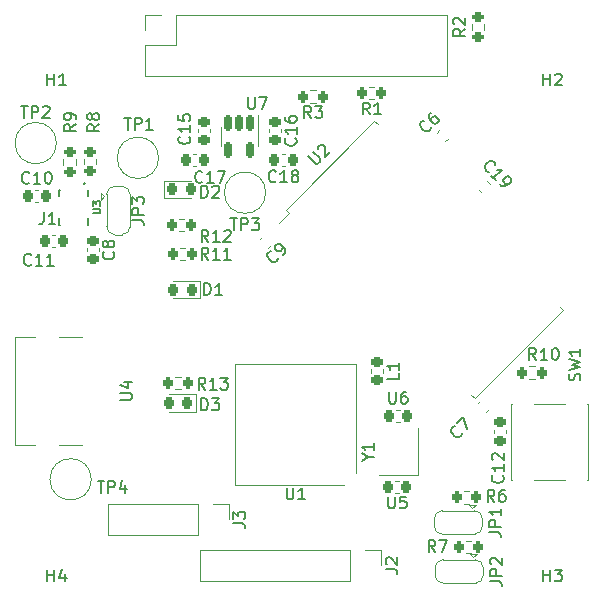
<source format=gto>
%TF.GenerationSoftware,KiCad,Pcbnew,(7.0.0)*%
%TF.CreationDate,2023-04-01T17:32:09+03:00*%
%TF.ProjectId,base_board,62617365-5f62-46f6-9172-642e6b696361,rev?*%
%TF.SameCoordinates,Original*%
%TF.FileFunction,Legend,Top*%
%TF.FilePolarity,Positive*%
%FSLAX46Y46*%
G04 Gerber Fmt 4.6, Leading zero omitted, Abs format (unit mm)*
G04 Created by KiCad (PCBNEW (7.0.0)) date 2023-04-01 17:32:09*
%MOMM*%
%LPD*%
G01*
G04 APERTURE LIST*
G04 Aperture macros list*
%AMRoundRect*
0 Rectangle with rounded corners*
0 $1 Rounding radius*
0 $2 $3 $4 $5 $6 $7 $8 $9 X,Y pos of 4 corners*
0 Add a 4 corners polygon primitive as box body*
4,1,4,$2,$3,$4,$5,$6,$7,$8,$9,$2,$3,0*
0 Add four circle primitives for the rounded corners*
1,1,$1+$1,$2,$3*
1,1,$1+$1,$4,$5*
1,1,$1+$1,$6,$7*
1,1,$1+$1,$8,$9*
0 Add four rect primitives between the rounded corners*
20,1,$1+$1,$2,$3,$4,$5,0*
20,1,$1+$1,$4,$5,$6,$7,0*
20,1,$1+$1,$6,$7,$8,$9,0*
20,1,$1+$1,$8,$9,$2,$3,0*%
%AMRotRect*
0 Rectangle, with rotation*
0 The origin of the aperture is its center*
0 $1 length*
0 $2 width*
0 $3 Rotation angle, in degrees counterclockwise*
0 Add horizontal line*
21,1,$1,$2,0,0,$3*%
%AMFreePoly0*
4,1,19,0.550000,-0.750000,0.000000,-0.750000,0.000000,-0.744911,-0.071157,-0.744911,-0.207708,-0.704816,-0.327430,-0.627875,-0.420627,-0.520320,-0.479746,-0.390866,-0.500000,-0.250000,-0.500000,0.250000,-0.479746,0.390866,-0.420627,0.520320,-0.327430,0.627875,-0.207708,0.704816,-0.071157,0.744911,0.000000,0.744911,0.000000,0.750000,0.550000,0.750000,0.550000,-0.750000,0.550000,-0.750000,
$1*%
%AMFreePoly1*
4,1,19,0.000000,0.744911,0.071157,0.744911,0.207708,0.704816,0.327430,0.627875,0.420627,0.520320,0.479746,0.390866,0.500000,0.250000,0.500000,-0.250000,0.479746,-0.390866,0.420627,-0.520320,0.327430,-0.627875,0.207708,-0.704816,0.071157,-0.744911,0.000000,-0.744911,0.000000,-0.750000,-0.550000,-0.750000,-0.550000,0.750000,0.000000,0.750000,0.000000,0.744911,0.000000,0.744911,
$1*%
G04 Aperture macros list end*
%ADD10C,0.150000*%
%ADD11C,0.120000*%
%ADD12C,0.127000*%
%ADD13RoundRect,0.225000X0.017678X-0.335876X0.335876X-0.017678X-0.017678X0.335876X-0.335876X0.017678X0*%
%ADD14RoundRect,0.225000X-0.335876X-0.017678X-0.017678X-0.335876X0.335876X0.017678X0.017678X0.335876X0*%
%ADD15RoundRect,0.200000X0.200000X0.275000X-0.200000X0.275000X-0.200000X-0.275000X0.200000X-0.275000X0*%
%ADD16RoundRect,0.225000X-0.225000X-0.250000X0.225000X-0.250000X0.225000X0.250000X-0.225000X0.250000X0*%
%ADD17C,3.000000*%
%ADD18RotRect,1.510000X0.458000X45.000000*%
%ADD19RoundRect,0.225000X0.225000X0.250000X-0.225000X0.250000X-0.225000X-0.250000X0.225000X-0.250000X0*%
%ADD20RoundRect,0.218750X-0.218750X-0.256250X0.218750X-0.256250X0.218750X0.256250X-0.218750X0.256250X0*%
%ADD21RoundRect,0.218750X0.218750X0.256250X-0.218750X0.256250X-0.218750X-0.256250X0.218750X-0.256250X0*%
%ADD22FreePoly0,270.000000*%
%ADD23R,1.500000X1.000000*%
%ADD24FreePoly1,270.000000*%
%ADD25R,1.300000X1.550000*%
%ADD26RoundRect,0.218750X-0.256250X0.218750X-0.256250X-0.218750X0.256250X-0.218750X0.256250X0.218750X0*%
%ADD27FreePoly0,180.000000*%
%ADD28R,1.000000X1.500000*%
%ADD29FreePoly1,180.000000*%
%ADD30RoundRect,0.200000X-0.200000X-0.275000X0.200000X-0.275000X0.200000X0.275000X-0.200000X0.275000X0*%
%ADD31C,3.200000*%
%ADD32RoundRect,0.225000X-0.250000X0.225000X-0.250000X-0.225000X0.250000X-0.225000X0.250000X0.225000X0*%
%ADD33RoundRect,0.200000X-0.275000X0.200000X-0.275000X-0.200000X0.275000X-0.200000X0.275000X0.200000X0*%
%ADD34R,1.200000X1.400000*%
%ADD35R,1.700000X1.700000*%
%ADD36O,1.700000X1.700000*%
%ADD37RoundRect,0.225000X0.250000X-0.225000X0.250000X0.225000X-0.250000X0.225000X-0.250000X-0.225000X0*%
%ADD38RoundRect,0.200000X0.275000X-0.200000X0.275000X0.200000X-0.275000X0.200000X-0.275000X-0.200000X0*%
%ADD39RoundRect,0.225000X-0.017678X0.335876X-0.335876X0.017678X0.017678X-0.335876X0.335876X-0.017678X0*%
%ADD40RoundRect,0.150000X-0.150000X0.512500X-0.150000X-0.512500X0.150000X-0.512500X0.150000X0.512500X0*%
%ADD41C,0.400000*%
%ADD42R,0.250000X0.475000*%
%ADD43R,0.475000X0.250000*%
%ADD44C,0.650000*%
%ADD45R,1.150000X0.300000*%
%ADD46R,1.145000X0.600000*%
%ADD47R,1.150000X0.600000*%
%ADD48O,2.100000X1.000000*%
%ADD49O,1.600000X1.000000*%
G04 APERTURE END LIST*
D10*
X141324583Y-104560283D02*
X141324583Y-104627627D01*
X141324583Y-104627627D02*
X141257239Y-104762314D01*
X141257239Y-104762314D02*
X141189896Y-104829657D01*
X141189896Y-104829657D02*
X141055209Y-104897001D01*
X141055209Y-104897001D02*
X140920522Y-104897001D01*
X140920522Y-104897001D02*
X140819506Y-104863329D01*
X140819506Y-104863329D02*
X140651148Y-104762314D01*
X140651148Y-104762314D02*
X140550132Y-104661299D01*
X140550132Y-104661299D02*
X140449117Y-104492940D01*
X140449117Y-104492940D02*
X140415445Y-104391925D01*
X140415445Y-104391925D02*
X140415445Y-104257238D01*
X140415445Y-104257238D02*
X140482789Y-104122551D01*
X140482789Y-104122551D02*
X140550132Y-104055207D01*
X140550132Y-104055207D02*
X140684819Y-103987864D01*
X140684819Y-103987864D02*
X140752163Y-103987864D01*
X140920522Y-103684818D02*
X141391926Y-103213413D01*
X141391926Y-103213413D02*
X141795987Y-104223566D01*
X143602168Y-82414710D02*
X143534824Y-82414710D01*
X143534824Y-82414710D02*
X143400137Y-82347366D01*
X143400137Y-82347366D02*
X143332794Y-82280023D01*
X143332794Y-82280023D02*
X143265450Y-82145336D01*
X143265450Y-82145336D02*
X143265450Y-82010649D01*
X143265450Y-82010649D02*
X143299122Y-81909634D01*
X143299122Y-81909634D02*
X143400137Y-81741275D01*
X143400137Y-81741275D02*
X143501153Y-81640260D01*
X143501153Y-81640260D02*
X143669511Y-81539244D01*
X143669511Y-81539244D02*
X143770527Y-81505573D01*
X143770527Y-81505573D02*
X143905214Y-81505573D01*
X143905214Y-81505573D02*
X144039901Y-81572916D01*
X144039901Y-81572916D02*
X144107244Y-81640260D01*
X144107244Y-81640260D02*
X144174588Y-81774947D01*
X144174588Y-81774947D02*
X144174588Y-81842290D01*
X144208259Y-83155488D02*
X143804198Y-82751427D01*
X144006229Y-82953458D02*
X144713336Y-82246351D01*
X144713336Y-82246351D02*
X144544977Y-82280023D01*
X144544977Y-82280023D02*
X144410290Y-82280023D01*
X144410290Y-82280023D02*
X144309275Y-82246351D01*
X144544977Y-83492206D02*
X144679664Y-83626893D01*
X144679664Y-83626893D02*
X144780679Y-83660565D01*
X144780679Y-83660565D02*
X144848023Y-83660565D01*
X144848023Y-83660565D02*
X145016381Y-83626893D01*
X145016381Y-83626893D02*
X145184740Y-83525878D01*
X145184740Y-83525878D02*
X145454114Y-83256504D01*
X145454114Y-83256504D02*
X145487786Y-83155488D01*
X145487786Y-83155488D02*
X145487786Y-83088145D01*
X145487786Y-83088145D02*
X145454114Y-82987130D01*
X145454114Y-82987130D02*
X145319427Y-82852443D01*
X145319427Y-82852443D02*
X145218412Y-82818771D01*
X145218412Y-82818771D02*
X145151068Y-82818771D01*
X145151068Y-82818771D02*
X145050053Y-82852443D01*
X145050053Y-82852443D02*
X144881694Y-83020801D01*
X144881694Y-83020801D02*
X144848023Y-83121817D01*
X144848023Y-83121817D02*
X144848023Y-83189160D01*
X144848023Y-83189160D02*
X144881694Y-83290175D01*
X144881694Y-83290175D02*
X145016381Y-83424862D01*
X145016381Y-83424862D02*
X145117397Y-83458534D01*
X145117397Y-83458534D02*
X145184740Y-83458534D01*
X145184740Y-83458534D02*
X145285755Y-83424862D01*
X133523333Y-77577380D02*
X133190000Y-77101190D01*
X132951905Y-77577380D02*
X132951905Y-76577380D01*
X132951905Y-76577380D02*
X133332857Y-76577380D01*
X133332857Y-76577380D02*
X133428095Y-76625000D01*
X133428095Y-76625000D02*
X133475714Y-76672619D01*
X133475714Y-76672619D02*
X133523333Y-76767857D01*
X133523333Y-76767857D02*
X133523333Y-76910714D01*
X133523333Y-76910714D02*
X133475714Y-77005952D01*
X133475714Y-77005952D02*
X133428095Y-77053571D01*
X133428095Y-77053571D02*
X133332857Y-77101190D01*
X133332857Y-77101190D02*
X132951905Y-77101190D01*
X134475714Y-77577380D02*
X133904286Y-77577380D01*
X134190000Y-77577380D02*
X134190000Y-76577380D01*
X134190000Y-76577380D02*
X134094762Y-76720238D01*
X134094762Y-76720238D02*
X133999524Y-76815476D01*
X133999524Y-76815476D02*
X133904286Y-76863095D01*
X104687142Y-83342142D02*
X104639523Y-83389761D01*
X104639523Y-83389761D02*
X104496666Y-83437380D01*
X104496666Y-83437380D02*
X104401428Y-83437380D01*
X104401428Y-83437380D02*
X104258571Y-83389761D01*
X104258571Y-83389761D02*
X104163333Y-83294523D01*
X104163333Y-83294523D02*
X104115714Y-83199285D01*
X104115714Y-83199285D02*
X104068095Y-83008809D01*
X104068095Y-83008809D02*
X104068095Y-82865952D01*
X104068095Y-82865952D02*
X104115714Y-82675476D01*
X104115714Y-82675476D02*
X104163333Y-82580238D01*
X104163333Y-82580238D02*
X104258571Y-82485000D01*
X104258571Y-82485000D02*
X104401428Y-82437380D01*
X104401428Y-82437380D02*
X104496666Y-82437380D01*
X104496666Y-82437380D02*
X104639523Y-82485000D01*
X104639523Y-82485000D02*
X104687142Y-82532619D01*
X105639523Y-83437380D02*
X105068095Y-83437380D01*
X105353809Y-83437380D02*
X105353809Y-82437380D01*
X105353809Y-82437380D02*
X105258571Y-82580238D01*
X105258571Y-82580238D02*
X105163333Y-82675476D01*
X105163333Y-82675476D02*
X105068095Y-82723095D01*
X106258571Y-82437380D02*
X106353809Y-82437380D01*
X106353809Y-82437380D02*
X106449047Y-82485000D01*
X106449047Y-82485000D02*
X106496666Y-82532619D01*
X106496666Y-82532619D02*
X106544285Y-82627857D01*
X106544285Y-82627857D02*
X106591904Y-82818333D01*
X106591904Y-82818333D02*
X106591904Y-83056428D01*
X106591904Y-83056428D02*
X106544285Y-83246904D01*
X106544285Y-83246904D02*
X106496666Y-83342142D01*
X106496666Y-83342142D02*
X106449047Y-83389761D01*
X106449047Y-83389761D02*
X106353809Y-83437380D01*
X106353809Y-83437380D02*
X106258571Y-83437380D01*
X106258571Y-83437380D02*
X106163333Y-83389761D01*
X106163333Y-83389761D02*
X106115714Y-83342142D01*
X106115714Y-83342142D02*
X106068095Y-83246904D01*
X106068095Y-83246904D02*
X106020476Y-83056428D01*
X106020476Y-83056428D02*
X106020476Y-82818333D01*
X106020476Y-82818333D02*
X106068095Y-82627857D01*
X106068095Y-82627857D02*
X106115714Y-82532619D01*
X106115714Y-82532619D02*
X106163333Y-82485000D01*
X106163333Y-82485000D02*
X106258571Y-82437380D01*
X103988095Y-76867380D02*
X104559523Y-76867380D01*
X104273809Y-77867380D02*
X104273809Y-76867380D01*
X104892857Y-77867380D02*
X104892857Y-76867380D01*
X104892857Y-76867380D02*
X105273809Y-76867380D01*
X105273809Y-76867380D02*
X105369047Y-76915000D01*
X105369047Y-76915000D02*
X105416666Y-76962619D01*
X105416666Y-76962619D02*
X105464285Y-77057857D01*
X105464285Y-77057857D02*
X105464285Y-77200714D01*
X105464285Y-77200714D02*
X105416666Y-77295952D01*
X105416666Y-77295952D02*
X105369047Y-77343571D01*
X105369047Y-77343571D02*
X105273809Y-77391190D01*
X105273809Y-77391190D02*
X104892857Y-77391190D01*
X105845238Y-76962619D02*
X105892857Y-76915000D01*
X105892857Y-76915000D02*
X105988095Y-76867380D01*
X105988095Y-76867380D02*
X106226190Y-76867380D01*
X106226190Y-76867380D02*
X106321428Y-76915000D01*
X106321428Y-76915000D02*
X106369047Y-76962619D01*
X106369047Y-76962619D02*
X106416666Y-77057857D01*
X106416666Y-77057857D02*
X106416666Y-77153095D01*
X106416666Y-77153095D02*
X106369047Y-77295952D01*
X106369047Y-77295952D02*
X105797619Y-77867380D01*
X105797619Y-77867380D02*
X106416666Y-77867380D01*
X128335110Y-81134334D02*
X128907530Y-81706754D01*
X128907530Y-81706754D02*
X129008545Y-81740426D01*
X129008545Y-81740426D02*
X129075889Y-81740426D01*
X129075889Y-81740426D02*
X129176904Y-81706754D01*
X129176904Y-81706754D02*
X129311591Y-81572067D01*
X129311591Y-81572067D02*
X129345263Y-81471052D01*
X129345263Y-81471052D02*
X129345263Y-81403708D01*
X129345263Y-81403708D02*
X129311591Y-81302693D01*
X129311591Y-81302693D02*
X128739171Y-80730273D01*
X129109561Y-80494571D02*
X129109561Y-80427228D01*
X129109561Y-80427228D02*
X129143232Y-80326212D01*
X129143232Y-80326212D02*
X129311591Y-80157854D01*
X129311591Y-80157854D02*
X129412606Y-80124182D01*
X129412606Y-80124182D02*
X129479950Y-80124182D01*
X129479950Y-80124182D02*
X129580965Y-80157854D01*
X129580965Y-80157854D02*
X129648309Y-80225197D01*
X129648309Y-80225197D02*
X129715652Y-80359884D01*
X129715652Y-80359884D02*
X129715652Y-81168006D01*
X129715652Y-81168006D02*
X130153385Y-80730273D01*
X119357142Y-83272142D02*
X119309523Y-83319761D01*
X119309523Y-83319761D02*
X119166666Y-83367380D01*
X119166666Y-83367380D02*
X119071428Y-83367380D01*
X119071428Y-83367380D02*
X118928571Y-83319761D01*
X118928571Y-83319761D02*
X118833333Y-83224523D01*
X118833333Y-83224523D02*
X118785714Y-83129285D01*
X118785714Y-83129285D02*
X118738095Y-82938809D01*
X118738095Y-82938809D02*
X118738095Y-82795952D01*
X118738095Y-82795952D02*
X118785714Y-82605476D01*
X118785714Y-82605476D02*
X118833333Y-82510238D01*
X118833333Y-82510238D02*
X118928571Y-82415000D01*
X118928571Y-82415000D02*
X119071428Y-82367380D01*
X119071428Y-82367380D02*
X119166666Y-82367380D01*
X119166666Y-82367380D02*
X119309523Y-82415000D01*
X119309523Y-82415000D02*
X119357142Y-82462619D01*
X120309523Y-83367380D02*
X119738095Y-83367380D01*
X120023809Y-83367380D02*
X120023809Y-82367380D01*
X120023809Y-82367380D02*
X119928571Y-82510238D01*
X119928571Y-82510238D02*
X119833333Y-82605476D01*
X119833333Y-82605476D02*
X119738095Y-82653095D01*
X120642857Y-82367380D02*
X121309523Y-82367380D01*
X121309523Y-82367380D02*
X120880952Y-83367380D01*
X135073095Y-109927380D02*
X135073095Y-110736904D01*
X135073095Y-110736904D02*
X135120714Y-110832142D01*
X135120714Y-110832142D02*
X135168333Y-110879761D01*
X135168333Y-110879761D02*
X135263571Y-110927380D01*
X135263571Y-110927380D02*
X135454047Y-110927380D01*
X135454047Y-110927380D02*
X135549285Y-110879761D01*
X135549285Y-110879761D02*
X135596904Y-110832142D01*
X135596904Y-110832142D02*
X135644523Y-110736904D01*
X135644523Y-110736904D02*
X135644523Y-109927380D01*
X136596904Y-109927380D02*
X136120714Y-109927380D01*
X136120714Y-109927380D02*
X136073095Y-110403571D01*
X136073095Y-110403571D02*
X136120714Y-110355952D01*
X136120714Y-110355952D02*
X136215952Y-110308333D01*
X136215952Y-110308333D02*
X136454047Y-110308333D01*
X136454047Y-110308333D02*
X136549285Y-110355952D01*
X136549285Y-110355952D02*
X136596904Y-110403571D01*
X136596904Y-110403571D02*
X136644523Y-110498809D01*
X136644523Y-110498809D02*
X136644523Y-110736904D01*
X136644523Y-110736904D02*
X136596904Y-110832142D01*
X136596904Y-110832142D02*
X136549285Y-110879761D01*
X136549285Y-110879761D02*
X136454047Y-110927380D01*
X136454047Y-110927380D02*
X136215952Y-110927380D01*
X136215952Y-110927380D02*
X136120714Y-110879761D01*
X136120714Y-110879761D02*
X136073095Y-110832142D01*
X119261905Y-84617380D02*
X119261905Y-83617380D01*
X119261905Y-83617380D02*
X119500000Y-83617380D01*
X119500000Y-83617380D02*
X119642857Y-83665000D01*
X119642857Y-83665000D02*
X119738095Y-83760238D01*
X119738095Y-83760238D02*
X119785714Y-83855476D01*
X119785714Y-83855476D02*
X119833333Y-84045952D01*
X119833333Y-84045952D02*
X119833333Y-84188809D01*
X119833333Y-84188809D02*
X119785714Y-84379285D01*
X119785714Y-84379285D02*
X119738095Y-84474523D01*
X119738095Y-84474523D02*
X119642857Y-84569761D01*
X119642857Y-84569761D02*
X119500000Y-84617380D01*
X119500000Y-84617380D02*
X119261905Y-84617380D01*
X120214286Y-83712619D02*
X120261905Y-83665000D01*
X120261905Y-83665000D02*
X120357143Y-83617380D01*
X120357143Y-83617380D02*
X120595238Y-83617380D01*
X120595238Y-83617380D02*
X120690476Y-83665000D01*
X120690476Y-83665000D02*
X120738095Y-83712619D01*
X120738095Y-83712619D02*
X120785714Y-83807857D01*
X120785714Y-83807857D02*
X120785714Y-83903095D01*
X120785714Y-83903095D02*
X120738095Y-84045952D01*
X120738095Y-84045952D02*
X120166667Y-84617380D01*
X120166667Y-84617380D02*
X120785714Y-84617380D01*
X119261905Y-102617380D02*
X119261905Y-101617380D01*
X119261905Y-101617380D02*
X119500000Y-101617380D01*
X119500000Y-101617380D02*
X119642857Y-101665000D01*
X119642857Y-101665000D02*
X119738095Y-101760238D01*
X119738095Y-101760238D02*
X119785714Y-101855476D01*
X119785714Y-101855476D02*
X119833333Y-102045952D01*
X119833333Y-102045952D02*
X119833333Y-102188809D01*
X119833333Y-102188809D02*
X119785714Y-102379285D01*
X119785714Y-102379285D02*
X119738095Y-102474523D01*
X119738095Y-102474523D02*
X119642857Y-102569761D01*
X119642857Y-102569761D02*
X119500000Y-102617380D01*
X119500000Y-102617380D02*
X119261905Y-102617380D01*
X120166667Y-101617380D02*
X120785714Y-101617380D01*
X120785714Y-101617380D02*
X120452381Y-101998333D01*
X120452381Y-101998333D02*
X120595238Y-101998333D01*
X120595238Y-101998333D02*
X120690476Y-102045952D01*
X120690476Y-102045952D02*
X120738095Y-102093571D01*
X120738095Y-102093571D02*
X120785714Y-102188809D01*
X120785714Y-102188809D02*
X120785714Y-102426904D01*
X120785714Y-102426904D02*
X120738095Y-102522142D01*
X120738095Y-102522142D02*
X120690476Y-102569761D01*
X120690476Y-102569761D02*
X120595238Y-102617380D01*
X120595238Y-102617380D02*
X120309524Y-102617380D01*
X120309524Y-102617380D02*
X120214286Y-102569761D01*
X120214286Y-102569761D02*
X120166667Y-102522142D01*
X113417380Y-86533333D02*
X114131666Y-86533333D01*
X114131666Y-86533333D02*
X114274523Y-86580952D01*
X114274523Y-86580952D02*
X114369761Y-86676190D01*
X114369761Y-86676190D02*
X114417380Y-86819047D01*
X114417380Y-86819047D02*
X114417380Y-86914285D01*
X114417380Y-86057142D02*
X113417380Y-86057142D01*
X113417380Y-86057142D02*
X113417380Y-85676190D01*
X113417380Y-85676190D02*
X113465000Y-85580952D01*
X113465000Y-85580952D02*
X113512619Y-85533333D01*
X113512619Y-85533333D02*
X113607857Y-85485714D01*
X113607857Y-85485714D02*
X113750714Y-85485714D01*
X113750714Y-85485714D02*
X113845952Y-85533333D01*
X113845952Y-85533333D02*
X113893571Y-85580952D01*
X113893571Y-85580952D02*
X113941190Y-85676190D01*
X113941190Y-85676190D02*
X113941190Y-86057142D01*
X113417380Y-85152380D02*
X113417380Y-84533333D01*
X113417380Y-84533333D02*
X113798333Y-84866666D01*
X113798333Y-84866666D02*
X113798333Y-84723809D01*
X113798333Y-84723809D02*
X113845952Y-84628571D01*
X113845952Y-84628571D02*
X113893571Y-84580952D01*
X113893571Y-84580952D02*
X113988809Y-84533333D01*
X113988809Y-84533333D02*
X114226904Y-84533333D01*
X114226904Y-84533333D02*
X114322142Y-84580952D01*
X114322142Y-84580952D02*
X114369761Y-84628571D01*
X114369761Y-84628571D02*
X114417380Y-84723809D01*
X114417380Y-84723809D02*
X114417380Y-85009523D01*
X114417380Y-85009523D02*
X114369761Y-85104761D01*
X114369761Y-85104761D02*
X114322142Y-85152380D01*
X151319761Y-100083332D02*
X151367380Y-99940475D01*
X151367380Y-99940475D02*
X151367380Y-99702380D01*
X151367380Y-99702380D02*
X151319761Y-99607142D01*
X151319761Y-99607142D02*
X151272142Y-99559523D01*
X151272142Y-99559523D02*
X151176904Y-99511904D01*
X151176904Y-99511904D02*
X151081666Y-99511904D01*
X151081666Y-99511904D02*
X150986428Y-99559523D01*
X150986428Y-99559523D02*
X150938809Y-99607142D01*
X150938809Y-99607142D02*
X150891190Y-99702380D01*
X150891190Y-99702380D02*
X150843571Y-99892856D01*
X150843571Y-99892856D02*
X150795952Y-99988094D01*
X150795952Y-99988094D02*
X150748333Y-100035713D01*
X150748333Y-100035713D02*
X150653095Y-100083332D01*
X150653095Y-100083332D02*
X150557857Y-100083332D01*
X150557857Y-100083332D02*
X150462619Y-100035713D01*
X150462619Y-100035713D02*
X150415000Y-99988094D01*
X150415000Y-99988094D02*
X150367380Y-99892856D01*
X150367380Y-99892856D02*
X150367380Y-99654761D01*
X150367380Y-99654761D02*
X150415000Y-99511904D01*
X150367380Y-99178570D02*
X151367380Y-98940475D01*
X151367380Y-98940475D02*
X150653095Y-98749999D01*
X150653095Y-98749999D02*
X151367380Y-98559523D01*
X151367380Y-98559523D02*
X150367380Y-98321428D01*
X151367380Y-97416666D02*
X151367380Y-97988094D01*
X151367380Y-97702380D02*
X150367380Y-97702380D01*
X150367380Y-97702380D02*
X150510238Y-97797618D01*
X150510238Y-97797618D02*
X150605476Y-97892856D01*
X150605476Y-97892856D02*
X150653095Y-97988094D01*
X110488095Y-108617380D02*
X111059523Y-108617380D01*
X110773809Y-109617380D02*
X110773809Y-108617380D01*
X111392857Y-109617380D02*
X111392857Y-108617380D01*
X111392857Y-108617380D02*
X111773809Y-108617380D01*
X111773809Y-108617380D02*
X111869047Y-108665000D01*
X111869047Y-108665000D02*
X111916666Y-108712619D01*
X111916666Y-108712619D02*
X111964285Y-108807857D01*
X111964285Y-108807857D02*
X111964285Y-108950714D01*
X111964285Y-108950714D02*
X111916666Y-109045952D01*
X111916666Y-109045952D02*
X111869047Y-109093571D01*
X111869047Y-109093571D02*
X111773809Y-109141190D01*
X111773809Y-109141190D02*
X111392857Y-109141190D01*
X112821428Y-108950714D02*
X112821428Y-109617380D01*
X112583333Y-108569761D02*
X112345238Y-109284047D01*
X112345238Y-109284047D02*
X112964285Y-109284047D01*
X135977380Y-99466666D02*
X135977380Y-99942856D01*
X135977380Y-99942856D02*
X134977380Y-99942856D01*
X135977380Y-98609523D02*
X135977380Y-99180951D01*
X135977380Y-98895237D02*
X134977380Y-98895237D01*
X134977380Y-98895237D02*
X135120238Y-98990475D01*
X135120238Y-98990475D02*
X135215476Y-99085713D01*
X135215476Y-99085713D02*
X135263095Y-99180951D01*
X143717380Y-117103333D02*
X144431666Y-117103333D01*
X144431666Y-117103333D02*
X144574523Y-117150952D01*
X144574523Y-117150952D02*
X144669761Y-117246190D01*
X144669761Y-117246190D02*
X144717380Y-117389047D01*
X144717380Y-117389047D02*
X144717380Y-117484285D01*
X144717380Y-116627142D02*
X143717380Y-116627142D01*
X143717380Y-116627142D02*
X143717380Y-116246190D01*
X143717380Y-116246190D02*
X143765000Y-116150952D01*
X143765000Y-116150952D02*
X143812619Y-116103333D01*
X143812619Y-116103333D02*
X143907857Y-116055714D01*
X143907857Y-116055714D02*
X144050714Y-116055714D01*
X144050714Y-116055714D02*
X144145952Y-116103333D01*
X144145952Y-116103333D02*
X144193571Y-116150952D01*
X144193571Y-116150952D02*
X144241190Y-116246190D01*
X144241190Y-116246190D02*
X144241190Y-116627142D01*
X143812619Y-115674761D02*
X143765000Y-115627142D01*
X143765000Y-115627142D02*
X143717380Y-115531904D01*
X143717380Y-115531904D02*
X143717380Y-115293809D01*
X143717380Y-115293809D02*
X143765000Y-115198571D01*
X143765000Y-115198571D02*
X143812619Y-115150952D01*
X143812619Y-115150952D02*
X143907857Y-115103333D01*
X143907857Y-115103333D02*
X144003095Y-115103333D01*
X144003095Y-115103333D02*
X144145952Y-115150952D01*
X144145952Y-115150952D02*
X144717380Y-115722380D01*
X144717380Y-115722380D02*
X144717380Y-115103333D01*
X144083333Y-110367380D02*
X143750000Y-109891190D01*
X143511905Y-110367380D02*
X143511905Y-109367380D01*
X143511905Y-109367380D02*
X143892857Y-109367380D01*
X143892857Y-109367380D02*
X143988095Y-109415000D01*
X143988095Y-109415000D02*
X144035714Y-109462619D01*
X144035714Y-109462619D02*
X144083333Y-109557857D01*
X144083333Y-109557857D02*
X144083333Y-109700714D01*
X144083333Y-109700714D02*
X144035714Y-109795952D01*
X144035714Y-109795952D02*
X143988095Y-109843571D01*
X143988095Y-109843571D02*
X143892857Y-109891190D01*
X143892857Y-109891190D02*
X143511905Y-109891190D01*
X144940476Y-109367380D02*
X144750000Y-109367380D01*
X144750000Y-109367380D02*
X144654762Y-109415000D01*
X144654762Y-109415000D02*
X144607143Y-109462619D01*
X144607143Y-109462619D02*
X144511905Y-109605476D01*
X144511905Y-109605476D02*
X144464286Y-109795952D01*
X144464286Y-109795952D02*
X144464286Y-110176904D01*
X144464286Y-110176904D02*
X144511905Y-110272142D01*
X144511905Y-110272142D02*
X144559524Y-110319761D01*
X144559524Y-110319761D02*
X144654762Y-110367380D01*
X144654762Y-110367380D02*
X144845238Y-110367380D01*
X144845238Y-110367380D02*
X144940476Y-110319761D01*
X144940476Y-110319761D02*
X144988095Y-110272142D01*
X144988095Y-110272142D02*
X145035714Y-110176904D01*
X145035714Y-110176904D02*
X145035714Y-109938809D01*
X145035714Y-109938809D02*
X144988095Y-109843571D01*
X144988095Y-109843571D02*
X144940476Y-109795952D01*
X144940476Y-109795952D02*
X144845238Y-109748333D01*
X144845238Y-109748333D02*
X144654762Y-109748333D01*
X144654762Y-109748333D02*
X144559524Y-109795952D01*
X144559524Y-109795952D02*
X144511905Y-109843571D01*
X144511905Y-109843571D02*
X144464286Y-109938809D01*
X106238095Y-117117380D02*
X106238095Y-116117380D01*
X106238095Y-116593571D02*
X106809523Y-116593571D01*
X106809523Y-117117380D02*
X106809523Y-116117380D01*
X107714285Y-116450714D02*
X107714285Y-117117380D01*
X107476190Y-116069761D02*
X107238095Y-116784047D01*
X107238095Y-116784047D02*
X107857142Y-116784047D01*
X104857142Y-90272142D02*
X104809523Y-90319761D01*
X104809523Y-90319761D02*
X104666666Y-90367380D01*
X104666666Y-90367380D02*
X104571428Y-90367380D01*
X104571428Y-90367380D02*
X104428571Y-90319761D01*
X104428571Y-90319761D02*
X104333333Y-90224523D01*
X104333333Y-90224523D02*
X104285714Y-90129285D01*
X104285714Y-90129285D02*
X104238095Y-89938809D01*
X104238095Y-89938809D02*
X104238095Y-89795952D01*
X104238095Y-89795952D02*
X104285714Y-89605476D01*
X104285714Y-89605476D02*
X104333333Y-89510238D01*
X104333333Y-89510238D02*
X104428571Y-89415000D01*
X104428571Y-89415000D02*
X104571428Y-89367380D01*
X104571428Y-89367380D02*
X104666666Y-89367380D01*
X104666666Y-89367380D02*
X104809523Y-89415000D01*
X104809523Y-89415000D02*
X104857142Y-89462619D01*
X105809523Y-90367380D02*
X105238095Y-90367380D01*
X105523809Y-90367380D02*
X105523809Y-89367380D01*
X105523809Y-89367380D02*
X105428571Y-89510238D01*
X105428571Y-89510238D02*
X105333333Y-89605476D01*
X105333333Y-89605476D02*
X105238095Y-89653095D01*
X106761904Y-90367380D02*
X106190476Y-90367380D01*
X106476190Y-90367380D02*
X106476190Y-89367380D01*
X106476190Y-89367380D02*
X106380952Y-89510238D01*
X106380952Y-89510238D02*
X106285714Y-89605476D01*
X106285714Y-89605476D02*
X106190476Y-89653095D01*
X118242142Y-79452777D02*
X118289761Y-79500396D01*
X118289761Y-79500396D02*
X118337380Y-79643253D01*
X118337380Y-79643253D02*
X118337380Y-79738491D01*
X118337380Y-79738491D02*
X118289761Y-79881348D01*
X118289761Y-79881348D02*
X118194523Y-79976586D01*
X118194523Y-79976586D02*
X118099285Y-80024205D01*
X118099285Y-80024205D02*
X117908809Y-80071824D01*
X117908809Y-80071824D02*
X117765952Y-80071824D01*
X117765952Y-80071824D02*
X117575476Y-80024205D01*
X117575476Y-80024205D02*
X117480238Y-79976586D01*
X117480238Y-79976586D02*
X117385000Y-79881348D01*
X117385000Y-79881348D02*
X117337380Y-79738491D01*
X117337380Y-79738491D02*
X117337380Y-79643253D01*
X117337380Y-79643253D02*
X117385000Y-79500396D01*
X117385000Y-79500396D02*
X117432619Y-79452777D01*
X118337380Y-78500396D02*
X118337380Y-79071824D01*
X118337380Y-78786110D02*
X117337380Y-78786110D01*
X117337380Y-78786110D02*
X117480238Y-78881348D01*
X117480238Y-78881348D02*
X117575476Y-78976586D01*
X117575476Y-78976586D02*
X117623095Y-79071824D01*
X117337380Y-77595634D02*
X117337380Y-78071824D01*
X117337380Y-78071824D02*
X117813571Y-78119443D01*
X117813571Y-78119443D02*
X117765952Y-78071824D01*
X117765952Y-78071824D02*
X117718333Y-77976586D01*
X117718333Y-77976586D02*
X117718333Y-77738491D01*
X117718333Y-77738491D02*
X117765952Y-77643253D01*
X117765952Y-77643253D02*
X117813571Y-77595634D01*
X117813571Y-77595634D02*
X117908809Y-77548015D01*
X117908809Y-77548015D02*
X118146904Y-77548015D01*
X118146904Y-77548015D02*
X118242142Y-77595634D01*
X118242142Y-77595634D02*
X118289761Y-77643253D01*
X118289761Y-77643253D02*
X118337380Y-77738491D01*
X118337380Y-77738491D02*
X118337380Y-77976586D01*
X118337380Y-77976586D02*
X118289761Y-78071824D01*
X118289761Y-78071824D02*
X118242142Y-78119443D01*
X121738095Y-86367380D02*
X122309523Y-86367380D01*
X122023809Y-87367380D02*
X122023809Y-86367380D01*
X122642857Y-87367380D02*
X122642857Y-86367380D01*
X122642857Y-86367380D02*
X123023809Y-86367380D01*
X123023809Y-86367380D02*
X123119047Y-86415000D01*
X123119047Y-86415000D02*
X123166666Y-86462619D01*
X123166666Y-86462619D02*
X123214285Y-86557857D01*
X123214285Y-86557857D02*
X123214285Y-86700714D01*
X123214285Y-86700714D02*
X123166666Y-86795952D01*
X123166666Y-86795952D02*
X123119047Y-86843571D01*
X123119047Y-86843571D02*
X123023809Y-86891190D01*
X123023809Y-86891190D02*
X122642857Y-86891190D01*
X123547619Y-86367380D02*
X124166666Y-86367380D01*
X124166666Y-86367380D02*
X123833333Y-86748333D01*
X123833333Y-86748333D02*
X123976190Y-86748333D01*
X123976190Y-86748333D02*
X124071428Y-86795952D01*
X124071428Y-86795952D02*
X124119047Y-86843571D01*
X124119047Y-86843571D02*
X124166666Y-86938809D01*
X124166666Y-86938809D02*
X124166666Y-87176904D01*
X124166666Y-87176904D02*
X124119047Y-87272142D01*
X124119047Y-87272142D02*
X124071428Y-87319761D01*
X124071428Y-87319761D02*
X123976190Y-87367380D01*
X123976190Y-87367380D02*
X123690476Y-87367380D01*
X123690476Y-87367380D02*
X123595238Y-87319761D01*
X123595238Y-87319761D02*
X123547619Y-87272142D01*
X108617380Y-78416666D02*
X108141190Y-78749999D01*
X108617380Y-78988094D02*
X107617380Y-78988094D01*
X107617380Y-78988094D02*
X107617380Y-78607142D01*
X107617380Y-78607142D02*
X107665000Y-78511904D01*
X107665000Y-78511904D02*
X107712619Y-78464285D01*
X107712619Y-78464285D02*
X107807857Y-78416666D01*
X107807857Y-78416666D02*
X107950714Y-78416666D01*
X107950714Y-78416666D02*
X108045952Y-78464285D01*
X108045952Y-78464285D02*
X108093571Y-78511904D01*
X108093571Y-78511904D02*
X108141190Y-78607142D01*
X108141190Y-78607142D02*
X108141190Y-78988094D01*
X108617380Y-77940475D02*
X108617380Y-77749999D01*
X108617380Y-77749999D02*
X108569761Y-77654761D01*
X108569761Y-77654761D02*
X108522142Y-77607142D01*
X108522142Y-77607142D02*
X108379285Y-77511904D01*
X108379285Y-77511904D02*
X108188809Y-77464285D01*
X108188809Y-77464285D02*
X107807857Y-77464285D01*
X107807857Y-77464285D02*
X107712619Y-77511904D01*
X107712619Y-77511904D02*
X107665000Y-77559523D01*
X107665000Y-77559523D02*
X107617380Y-77654761D01*
X107617380Y-77654761D02*
X107617380Y-77845237D01*
X107617380Y-77845237D02*
X107665000Y-77940475D01*
X107665000Y-77940475D02*
X107712619Y-77988094D01*
X107712619Y-77988094D02*
X107807857Y-78035713D01*
X107807857Y-78035713D02*
X108045952Y-78035713D01*
X108045952Y-78035713D02*
X108141190Y-77988094D01*
X108141190Y-77988094D02*
X108188809Y-77940475D01*
X108188809Y-77940475D02*
X108236428Y-77845237D01*
X108236428Y-77845237D02*
X108236428Y-77654761D01*
X108236428Y-77654761D02*
X108188809Y-77559523D01*
X108188809Y-77559523D02*
X108141190Y-77511904D01*
X108141190Y-77511904D02*
X108045952Y-77464285D01*
X111822142Y-89206666D02*
X111869761Y-89254285D01*
X111869761Y-89254285D02*
X111917380Y-89397142D01*
X111917380Y-89397142D02*
X111917380Y-89492380D01*
X111917380Y-89492380D02*
X111869761Y-89635237D01*
X111869761Y-89635237D02*
X111774523Y-89730475D01*
X111774523Y-89730475D02*
X111679285Y-89778094D01*
X111679285Y-89778094D02*
X111488809Y-89825713D01*
X111488809Y-89825713D02*
X111345952Y-89825713D01*
X111345952Y-89825713D02*
X111155476Y-89778094D01*
X111155476Y-89778094D02*
X111060238Y-89730475D01*
X111060238Y-89730475D02*
X110965000Y-89635237D01*
X110965000Y-89635237D02*
X110917380Y-89492380D01*
X110917380Y-89492380D02*
X110917380Y-89397142D01*
X110917380Y-89397142D02*
X110965000Y-89254285D01*
X110965000Y-89254285D02*
X111012619Y-89206666D01*
X111345952Y-88635237D02*
X111298333Y-88730475D01*
X111298333Y-88730475D02*
X111250714Y-88778094D01*
X111250714Y-88778094D02*
X111155476Y-88825713D01*
X111155476Y-88825713D02*
X111107857Y-88825713D01*
X111107857Y-88825713D02*
X111012619Y-88778094D01*
X111012619Y-88778094D02*
X110965000Y-88730475D01*
X110965000Y-88730475D02*
X110917380Y-88635237D01*
X110917380Y-88635237D02*
X110917380Y-88444761D01*
X110917380Y-88444761D02*
X110965000Y-88349523D01*
X110965000Y-88349523D02*
X111012619Y-88301904D01*
X111012619Y-88301904D02*
X111107857Y-88254285D01*
X111107857Y-88254285D02*
X111155476Y-88254285D01*
X111155476Y-88254285D02*
X111250714Y-88301904D01*
X111250714Y-88301904D02*
X111298333Y-88349523D01*
X111298333Y-88349523D02*
X111345952Y-88444761D01*
X111345952Y-88444761D02*
X111345952Y-88635237D01*
X111345952Y-88635237D02*
X111393571Y-88730475D01*
X111393571Y-88730475D02*
X111441190Y-88778094D01*
X111441190Y-88778094D02*
X111536428Y-88825713D01*
X111536428Y-88825713D02*
X111726904Y-88825713D01*
X111726904Y-88825713D02*
X111822142Y-88778094D01*
X111822142Y-88778094D02*
X111869761Y-88730475D01*
X111869761Y-88730475D02*
X111917380Y-88635237D01*
X111917380Y-88635237D02*
X111917380Y-88444761D01*
X111917380Y-88444761D02*
X111869761Y-88349523D01*
X111869761Y-88349523D02*
X111822142Y-88301904D01*
X111822142Y-88301904D02*
X111726904Y-88254285D01*
X111726904Y-88254285D02*
X111536428Y-88254285D01*
X111536428Y-88254285D02*
X111441190Y-88301904D01*
X111441190Y-88301904D02*
X111393571Y-88349523D01*
X111393571Y-88349523D02*
X111345952Y-88444761D01*
X133381190Y-106616190D02*
X133857380Y-106616190D01*
X132857380Y-106949523D02*
X133381190Y-106616190D01*
X133381190Y-106616190D02*
X132857380Y-106282857D01*
X133857380Y-105425714D02*
X133857380Y-105997142D01*
X133857380Y-105711428D02*
X132857380Y-105711428D01*
X132857380Y-105711428D02*
X133000238Y-105806666D01*
X133000238Y-105806666D02*
X133095476Y-105901904D01*
X133095476Y-105901904D02*
X133143095Y-105997142D01*
X112738095Y-77867380D02*
X113309523Y-77867380D01*
X113023809Y-78867380D02*
X113023809Y-77867380D01*
X113642857Y-78867380D02*
X113642857Y-77867380D01*
X113642857Y-77867380D02*
X114023809Y-77867380D01*
X114023809Y-77867380D02*
X114119047Y-77915000D01*
X114119047Y-77915000D02*
X114166666Y-77962619D01*
X114166666Y-77962619D02*
X114214285Y-78057857D01*
X114214285Y-78057857D02*
X114214285Y-78200714D01*
X114214285Y-78200714D02*
X114166666Y-78295952D01*
X114166666Y-78295952D02*
X114119047Y-78343571D01*
X114119047Y-78343571D02*
X114023809Y-78391190D01*
X114023809Y-78391190D02*
X113642857Y-78391190D01*
X115166666Y-78867380D02*
X114595238Y-78867380D01*
X114880952Y-78867380D02*
X114880952Y-77867380D01*
X114880952Y-77867380D02*
X114785714Y-78010238D01*
X114785714Y-78010238D02*
X114690476Y-78105476D01*
X114690476Y-78105476D02*
X114595238Y-78153095D01*
X105916666Y-85867380D02*
X105916666Y-86581666D01*
X105916666Y-86581666D02*
X105869047Y-86724523D01*
X105869047Y-86724523D02*
X105773809Y-86819761D01*
X105773809Y-86819761D02*
X105630952Y-86867380D01*
X105630952Y-86867380D02*
X105535714Y-86867380D01*
X106916666Y-86867380D02*
X106345238Y-86867380D01*
X106630952Y-86867380D02*
X106630952Y-85867380D01*
X106630952Y-85867380D02*
X106535714Y-86010238D01*
X106535714Y-86010238D02*
X106440476Y-86105476D01*
X106440476Y-86105476D02*
X106345238Y-86153095D01*
X125577142Y-83222642D02*
X125529523Y-83270261D01*
X125529523Y-83270261D02*
X125386666Y-83317880D01*
X125386666Y-83317880D02*
X125291428Y-83317880D01*
X125291428Y-83317880D02*
X125148571Y-83270261D01*
X125148571Y-83270261D02*
X125053333Y-83175023D01*
X125053333Y-83175023D02*
X125005714Y-83079785D01*
X125005714Y-83079785D02*
X124958095Y-82889309D01*
X124958095Y-82889309D02*
X124958095Y-82746452D01*
X124958095Y-82746452D02*
X125005714Y-82555976D01*
X125005714Y-82555976D02*
X125053333Y-82460738D01*
X125053333Y-82460738D02*
X125148571Y-82365500D01*
X125148571Y-82365500D02*
X125291428Y-82317880D01*
X125291428Y-82317880D02*
X125386666Y-82317880D01*
X125386666Y-82317880D02*
X125529523Y-82365500D01*
X125529523Y-82365500D02*
X125577142Y-82413119D01*
X126529523Y-83317880D02*
X125958095Y-83317880D01*
X126243809Y-83317880D02*
X126243809Y-82317880D01*
X126243809Y-82317880D02*
X126148571Y-82460738D01*
X126148571Y-82460738D02*
X126053333Y-82555976D01*
X126053333Y-82555976D02*
X125958095Y-82603595D01*
X127100952Y-82746452D02*
X127005714Y-82698833D01*
X127005714Y-82698833D02*
X126958095Y-82651214D01*
X126958095Y-82651214D02*
X126910476Y-82555976D01*
X126910476Y-82555976D02*
X126910476Y-82508357D01*
X126910476Y-82508357D02*
X126958095Y-82413119D01*
X126958095Y-82413119D02*
X127005714Y-82365500D01*
X127005714Y-82365500D02*
X127100952Y-82317880D01*
X127100952Y-82317880D02*
X127291428Y-82317880D01*
X127291428Y-82317880D02*
X127386666Y-82365500D01*
X127386666Y-82365500D02*
X127434285Y-82413119D01*
X127434285Y-82413119D02*
X127481904Y-82508357D01*
X127481904Y-82508357D02*
X127481904Y-82555976D01*
X127481904Y-82555976D02*
X127434285Y-82651214D01*
X127434285Y-82651214D02*
X127386666Y-82698833D01*
X127386666Y-82698833D02*
X127291428Y-82746452D01*
X127291428Y-82746452D02*
X127100952Y-82746452D01*
X127100952Y-82746452D02*
X127005714Y-82794071D01*
X127005714Y-82794071D02*
X126958095Y-82841690D01*
X126958095Y-82841690D02*
X126910476Y-82936928D01*
X126910476Y-82936928D02*
X126910476Y-83127404D01*
X126910476Y-83127404D02*
X126958095Y-83222642D01*
X126958095Y-83222642D02*
X127005714Y-83270261D01*
X127005714Y-83270261D02*
X127100952Y-83317880D01*
X127100952Y-83317880D02*
X127291428Y-83317880D01*
X127291428Y-83317880D02*
X127386666Y-83270261D01*
X127386666Y-83270261D02*
X127434285Y-83222642D01*
X127434285Y-83222642D02*
X127481904Y-83127404D01*
X127481904Y-83127404D02*
X127481904Y-82936928D01*
X127481904Y-82936928D02*
X127434285Y-82841690D01*
X127434285Y-82841690D02*
X127386666Y-82794071D01*
X127386666Y-82794071D02*
X127291428Y-82746452D01*
X119511905Y-92867380D02*
X119511905Y-91867380D01*
X119511905Y-91867380D02*
X119750000Y-91867380D01*
X119750000Y-91867380D02*
X119892857Y-91915000D01*
X119892857Y-91915000D02*
X119988095Y-92010238D01*
X119988095Y-92010238D02*
X120035714Y-92105476D01*
X120035714Y-92105476D02*
X120083333Y-92295952D01*
X120083333Y-92295952D02*
X120083333Y-92438809D01*
X120083333Y-92438809D02*
X120035714Y-92629285D01*
X120035714Y-92629285D02*
X119988095Y-92724523D01*
X119988095Y-92724523D02*
X119892857Y-92819761D01*
X119892857Y-92819761D02*
X119750000Y-92867380D01*
X119750000Y-92867380D02*
X119511905Y-92867380D01*
X121035714Y-92867380D02*
X120464286Y-92867380D01*
X120750000Y-92867380D02*
X120750000Y-91867380D01*
X120750000Y-91867380D02*
X120654762Y-92010238D01*
X120654762Y-92010238D02*
X120559524Y-92105476D01*
X120559524Y-92105476D02*
X120464286Y-92153095D01*
X134867380Y-116083333D02*
X135581666Y-116083333D01*
X135581666Y-116083333D02*
X135724523Y-116130952D01*
X135724523Y-116130952D02*
X135819761Y-116226190D01*
X135819761Y-116226190D02*
X135867380Y-116369047D01*
X135867380Y-116369047D02*
X135867380Y-116464285D01*
X134962619Y-115654761D02*
X134915000Y-115607142D01*
X134915000Y-115607142D02*
X134867380Y-115511904D01*
X134867380Y-115511904D02*
X134867380Y-115273809D01*
X134867380Y-115273809D02*
X134915000Y-115178571D01*
X134915000Y-115178571D02*
X134962619Y-115130952D01*
X134962619Y-115130952D02*
X135057857Y-115083333D01*
X135057857Y-115083333D02*
X135153095Y-115083333D01*
X135153095Y-115083333D02*
X135295952Y-115130952D01*
X135295952Y-115130952D02*
X135867380Y-115702380D01*
X135867380Y-115702380D02*
X135867380Y-115083333D01*
X135163095Y-101057380D02*
X135163095Y-101866904D01*
X135163095Y-101866904D02*
X135210714Y-101962142D01*
X135210714Y-101962142D02*
X135258333Y-102009761D01*
X135258333Y-102009761D02*
X135353571Y-102057380D01*
X135353571Y-102057380D02*
X135544047Y-102057380D01*
X135544047Y-102057380D02*
X135639285Y-102009761D01*
X135639285Y-102009761D02*
X135686904Y-101962142D01*
X135686904Y-101962142D02*
X135734523Y-101866904D01*
X135734523Y-101866904D02*
X135734523Y-101057380D01*
X136639285Y-101057380D02*
X136448809Y-101057380D01*
X136448809Y-101057380D02*
X136353571Y-101105000D01*
X136353571Y-101105000D02*
X136305952Y-101152619D01*
X136305952Y-101152619D02*
X136210714Y-101295476D01*
X136210714Y-101295476D02*
X136163095Y-101485952D01*
X136163095Y-101485952D02*
X136163095Y-101866904D01*
X136163095Y-101866904D02*
X136210714Y-101962142D01*
X136210714Y-101962142D02*
X136258333Y-102009761D01*
X136258333Y-102009761D02*
X136353571Y-102057380D01*
X136353571Y-102057380D02*
X136544047Y-102057380D01*
X136544047Y-102057380D02*
X136639285Y-102009761D01*
X136639285Y-102009761D02*
X136686904Y-101962142D01*
X136686904Y-101962142D02*
X136734523Y-101866904D01*
X136734523Y-101866904D02*
X136734523Y-101628809D01*
X136734523Y-101628809D02*
X136686904Y-101533571D01*
X136686904Y-101533571D02*
X136639285Y-101485952D01*
X136639285Y-101485952D02*
X136544047Y-101438333D01*
X136544047Y-101438333D02*
X136353571Y-101438333D01*
X136353571Y-101438333D02*
X136258333Y-101485952D01*
X136258333Y-101485952D02*
X136210714Y-101533571D01*
X136210714Y-101533571D02*
X136163095Y-101628809D01*
X119857142Y-89867380D02*
X119523809Y-89391190D01*
X119285714Y-89867380D02*
X119285714Y-88867380D01*
X119285714Y-88867380D02*
X119666666Y-88867380D01*
X119666666Y-88867380D02*
X119761904Y-88915000D01*
X119761904Y-88915000D02*
X119809523Y-88962619D01*
X119809523Y-88962619D02*
X119857142Y-89057857D01*
X119857142Y-89057857D02*
X119857142Y-89200714D01*
X119857142Y-89200714D02*
X119809523Y-89295952D01*
X119809523Y-89295952D02*
X119761904Y-89343571D01*
X119761904Y-89343571D02*
X119666666Y-89391190D01*
X119666666Y-89391190D02*
X119285714Y-89391190D01*
X120809523Y-89867380D02*
X120238095Y-89867380D01*
X120523809Y-89867380D02*
X120523809Y-88867380D01*
X120523809Y-88867380D02*
X120428571Y-89010238D01*
X120428571Y-89010238D02*
X120333333Y-89105476D01*
X120333333Y-89105476D02*
X120238095Y-89153095D01*
X121761904Y-89867380D02*
X121190476Y-89867380D01*
X121476190Y-89867380D02*
X121476190Y-88867380D01*
X121476190Y-88867380D02*
X121380952Y-89010238D01*
X121380952Y-89010238D02*
X121285714Y-89105476D01*
X121285714Y-89105476D02*
X121190476Y-89153095D01*
X148238095Y-117117380D02*
X148238095Y-116117380D01*
X148238095Y-116593571D02*
X148809523Y-116593571D01*
X148809523Y-117117380D02*
X148809523Y-116117380D01*
X149190476Y-116117380D02*
X149809523Y-116117380D01*
X149809523Y-116117380D02*
X149476190Y-116498333D01*
X149476190Y-116498333D02*
X149619047Y-116498333D01*
X149619047Y-116498333D02*
X149714285Y-116545952D01*
X149714285Y-116545952D02*
X149761904Y-116593571D01*
X149761904Y-116593571D02*
X149809523Y-116688809D01*
X149809523Y-116688809D02*
X149809523Y-116926904D01*
X149809523Y-116926904D02*
X149761904Y-117022142D01*
X149761904Y-117022142D02*
X149714285Y-117069761D01*
X149714285Y-117069761D02*
X149619047Y-117117380D01*
X149619047Y-117117380D02*
X149333333Y-117117380D01*
X149333333Y-117117380D02*
X149238095Y-117069761D01*
X149238095Y-117069761D02*
X149190476Y-117022142D01*
X127242142Y-79593357D02*
X127289761Y-79640976D01*
X127289761Y-79640976D02*
X127337380Y-79783833D01*
X127337380Y-79783833D02*
X127337380Y-79879071D01*
X127337380Y-79879071D02*
X127289761Y-80021928D01*
X127289761Y-80021928D02*
X127194523Y-80117166D01*
X127194523Y-80117166D02*
X127099285Y-80164785D01*
X127099285Y-80164785D02*
X126908809Y-80212404D01*
X126908809Y-80212404D02*
X126765952Y-80212404D01*
X126765952Y-80212404D02*
X126575476Y-80164785D01*
X126575476Y-80164785D02*
X126480238Y-80117166D01*
X126480238Y-80117166D02*
X126385000Y-80021928D01*
X126385000Y-80021928D02*
X126337380Y-79879071D01*
X126337380Y-79879071D02*
X126337380Y-79783833D01*
X126337380Y-79783833D02*
X126385000Y-79640976D01*
X126385000Y-79640976D02*
X126432619Y-79593357D01*
X127337380Y-78640976D02*
X127337380Y-79212404D01*
X127337380Y-78926690D02*
X126337380Y-78926690D01*
X126337380Y-78926690D02*
X126480238Y-79021928D01*
X126480238Y-79021928D02*
X126575476Y-79117166D01*
X126575476Y-79117166D02*
X126623095Y-79212404D01*
X126337380Y-77783833D02*
X126337380Y-77974309D01*
X126337380Y-77974309D02*
X126385000Y-78069547D01*
X126385000Y-78069547D02*
X126432619Y-78117166D01*
X126432619Y-78117166D02*
X126575476Y-78212404D01*
X126575476Y-78212404D02*
X126765952Y-78260023D01*
X126765952Y-78260023D02*
X127146904Y-78260023D01*
X127146904Y-78260023D02*
X127242142Y-78212404D01*
X127242142Y-78212404D02*
X127289761Y-78164785D01*
X127289761Y-78164785D02*
X127337380Y-78069547D01*
X127337380Y-78069547D02*
X127337380Y-77879071D01*
X127337380Y-77879071D02*
X127289761Y-77783833D01*
X127289761Y-77783833D02*
X127242142Y-77736214D01*
X127242142Y-77736214D02*
X127146904Y-77688595D01*
X127146904Y-77688595D02*
X126908809Y-77688595D01*
X126908809Y-77688595D02*
X126813571Y-77736214D01*
X126813571Y-77736214D02*
X126765952Y-77783833D01*
X126765952Y-77783833D02*
X126718333Y-77879071D01*
X126718333Y-77879071D02*
X126718333Y-78069547D01*
X126718333Y-78069547D02*
X126765952Y-78164785D01*
X126765952Y-78164785D02*
X126813571Y-78212404D01*
X126813571Y-78212404D02*
X126908809Y-78260023D01*
X141607380Y-70326666D02*
X141131190Y-70659999D01*
X141607380Y-70898094D02*
X140607380Y-70898094D01*
X140607380Y-70898094D02*
X140607380Y-70517142D01*
X140607380Y-70517142D02*
X140655000Y-70421904D01*
X140655000Y-70421904D02*
X140702619Y-70374285D01*
X140702619Y-70374285D02*
X140797857Y-70326666D01*
X140797857Y-70326666D02*
X140940714Y-70326666D01*
X140940714Y-70326666D02*
X141035952Y-70374285D01*
X141035952Y-70374285D02*
X141083571Y-70421904D01*
X141083571Y-70421904D02*
X141131190Y-70517142D01*
X141131190Y-70517142D02*
X141131190Y-70898094D01*
X140702619Y-69945713D02*
X140655000Y-69898094D01*
X140655000Y-69898094D02*
X140607380Y-69802856D01*
X140607380Y-69802856D02*
X140607380Y-69564761D01*
X140607380Y-69564761D02*
X140655000Y-69469523D01*
X140655000Y-69469523D02*
X140702619Y-69421904D01*
X140702619Y-69421904D02*
X140797857Y-69374285D01*
X140797857Y-69374285D02*
X140893095Y-69374285D01*
X140893095Y-69374285D02*
X141035952Y-69421904D01*
X141035952Y-69421904D02*
X141607380Y-69993332D01*
X141607380Y-69993332D02*
X141607380Y-69374285D01*
X125775746Y-89731447D02*
X125775746Y-89798791D01*
X125775746Y-89798791D02*
X125708402Y-89933478D01*
X125708402Y-89933478D02*
X125641059Y-90000821D01*
X125641059Y-90000821D02*
X125506372Y-90068165D01*
X125506372Y-90068165D02*
X125371685Y-90068165D01*
X125371685Y-90068165D02*
X125270669Y-90034493D01*
X125270669Y-90034493D02*
X125102311Y-89933478D01*
X125102311Y-89933478D02*
X125001295Y-89832463D01*
X125001295Y-89832463D02*
X124900280Y-89664104D01*
X124900280Y-89664104D02*
X124866608Y-89563089D01*
X124866608Y-89563089D02*
X124866608Y-89428402D01*
X124866608Y-89428402D02*
X124933952Y-89293715D01*
X124933952Y-89293715D02*
X125001295Y-89226371D01*
X125001295Y-89226371D02*
X125135982Y-89159028D01*
X125135982Y-89159028D02*
X125203326Y-89159028D01*
X126179807Y-89462073D02*
X126314494Y-89327386D01*
X126314494Y-89327386D02*
X126348166Y-89226371D01*
X126348166Y-89226371D02*
X126348166Y-89159028D01*
X126348166Y-89159028D02*
X126314494Y-88990669D01*
X126314494Y-88990669D02*
X126213479Y-88822310D01*
X126213479Y-88822310D02*
X125944105Y-88552936D01*
X125944105Y-88552936D02*
X125843089Y-88519264D01*
X125843089Y-88519264D02*
X125775746Y-88519264D01*
X125775746Y-88519264D02*
X125674731Y-88552936D01*
X125674731Y-88552936D02*
X125540044Y-88687623D01*
X125540044Y-88687623D02*
X125506372Y-88788638D01*
X125506372Y-88788638D02*
X125506372Y-88855982D01*
X125506372Y-88855982D02*
X125540044Y-88956997D01*
X125540044Y-88956997D02*
X125708402Y-89125356D01*
X125708402Y-89125356D02*
X125809418Y-89159028D01*
X125809418Y-89159028D02*
X125876761Y-89159028D01*
X125876761Y-89159028D02*
X125977776Y-89125356D01*
X125977776Y-89125356D02*
X126112463Y-88990669D01*
X126112463Y-88990669D02*
X126146135Y-88889654D01*
X126146135Y-88889654D02*
X126146135Y-88822310D01*
X126146135Y-88822310D02*
X126112463Y-88721295D01*
X123238095Y-76117380D02*
X123238095Y-76926904D01*
X123238095Y-76926904D02*
X123285714Y-77022142D01*
X123285714Y-77022142D02*
X123333333Y-77069761D01*
X123333333Y-77069761D02*
X123428571Y-77117380D01*
X123428571Y-77117380D02*
X123619047Y-77117380D01*
X123619047Y-77117380D02*
X123714285Y-77069761D01*
X123714285Y-77069761D02*
X123761904Y-77022142D01*
X123761904Y-77022142D02*
X123809523Y-76926904D01*
X123809523Y-76926904D02*
X123809523Y-76117380D01*
X124190476Y-76117380D02*
X124857142Y-76117380D01*
X124857142Y-76117380D02*
X124428571Y-77117380D01*
X147607142Y-98367380D02*
X147273809Y-97891190D01*
X147035714Y-98367380D02*
X147035714Y-97367380D01*
X147035714Y-97367380D02*
X147416666Y-97367380D01*
X147416666Y-97367380D02*
X147511904Y-97415000D01*
X147511904Y-97415000D02*
X147559523Y-97462619D01*
X147559523Y-97462619D02*
X147607142Y-97557857D01*
X147607142Y-97557857D02*
X147607142Y-97700714D01*
X147607142Y-97700714D02*
X147559523Y-97795952D01*
X147559523Y-97795952D02*
X147511904Y-97843571D01*
X147511904Y-97843571D02*
X147416666Y-97891190D01*
X147416666Y-97891190D02*
X147035714Y-97891190D01*
X148559523Y-98367380D02*
X147988095Y-98367380D01*
X148273809Y-98367380D02*
X148273809Y-97367380D01*
X148273809Y-97367380D02*
X148178571Y-97510238D01*
X148178571Y-97510238D02*
X148083333Y-97605476D01*
X148083333Y-97605476D02*
X147988095Y-97653095D01*
X149178571Y-97367380D02*
X149273809Y-97367380D01*
X149273809Y-97367380D02*
X149369047Y-97415000D01*
X149369047Y-97415000D02*
X149416666Y-97462619D01*
X149416666Y-97462619D02*
X149464285Y-97557857D01*
X149464285Y-97557857D02*
X149511904Y-97748333D01*
X149511904Y-97748333D02*
X149511904Y-97986428D01*
X149511904Y-97986428D02*
X149464285Y-98176904D01*
X149464285Y-98176904D02*
X149416666Y-98272142D01*
X149416666Y-98272142D02*
X149369047Y-98319761D01*
X149369047Y-98319761D02*
X149273809Y-98367380D01*
X149273809Y-98367380D02*
X149178571Y-98367380D01*
X149178571Y-98367380D02*
X149083333Y-98319761D01*
X149083333Y-98319761D02*
X149035714Y-98272142D01*
X149035714Y-98272142D02*
X148988095Y-98176904D01*
X148988095Y-98176904D02*
X148940476Y-97986428D01*
X148940476Y-97986428D02*
X148940476Y-97748333D01*
X148940476Y-97748333D02*
X148988095Y-97557857D01*
X148988095Y-97557857D02*
X149035714Y-97462619D01*
X149035714Y-97462619D02*
X149083333Y-97415000D01*
X149083333Y-97415000D02*
X149178571Y-97367380D01*
X110617380Y-78416666D02*
X110141190Y-78749999D01*
X110617380Y-78988094D02*
X109617380Y-78988094D01*
X109617380Y-78988094D02*
X109617380Y-78607142D01*
X109617380Y-78607142D02*
X109665000Y-78511904D01*
X109665000Y-78511904D02*
X109712619Y-78464285D01*
X109712619Y-78464285D02*
X109807857Y-78416666D01*
X109807857Y-78416666D02*
X109950714Y-78416666D01*
X109950714Y-78416666D02*
X110045952Y-78464285D01*
X110045952Y-78464285D02*
X110093571Y-78511904D01*
X110093571Y-78511904D02*
X110141190Y-78607142D01*
X110141190Y-78607142D02*
X110141190Y-78988094D01*
X110045952Y-77845237D02*
X109998333Y-77940475D01*
X109998333Y-77940475D02*
X109950714Y-77988094D01*
X109950714Y-77988094D02*
X109855476Y-78035713D01*
X109855476Y-78035713D02*
X109807857Y-78035713D01*
X109807857Y-78035713D02*
X109712619Y-77988094D01*
X109712619Y-77988094D02*
X109665000Y-77940475D01*
X109665000Y-77940475D02*
X109617380Y-77845237D01*
X109617380Y-77845237D02*
X109617380Y-77654761D01*
X109617380Y-77654761D02*
X109665000Y-77559523D01*
X109665000Y-77559523D02*
X109712619Y-77511904D01*
X109712619Y-77511904D02*
X109807857Y-77464285D01*
X109807857Y-77464285D02*
X109855476Y-77464285D01*
X109855476Y-77464285D02*
X109950714Y-77511904D01*
X109950714Y-77511904D02*
X109998333Y-77559523D01*
X109998333Y-77559523D02*
X110045952Y-77654761D01*
X110045952Y-77654761D02*
X110045952Y-77845237D01*
X110045952Y-77845237D02*
X110093571Y-77940475D01*
X110093571Y-77940475D02*
X110141190Y-77988094D01*
X110141190Y-77988094D02*
X110236428Y-78035713D01*
X110236428Y-78035713D02*
X110426904Y-78035713D01*
X110426904Y-78035713D02*
X110522142Y-77988094D01*
X110522142Y-77988094D02*
X110569761Y-77940475D01*
X110569761Y-77940475D02*
X110617380Y-77845237D01*
X110617380Y-77845237D02*
X110617380Y-77654761D01*
X110617380Y-77654761D02*
X110569761Y-77559523D01*
X110569761Y-77559523D02*
X110522142Y-77511904D01*
X110522142Y-77511904D02*
X110426904Y-77464285D01*
X110426904Y-77464285D02*
X110236428Y-77464285D01*
X110236428Y-77464285D02*
X110141190Y-77511904D01*
X110141190Y-77511904D02*
X110093571Y-77559523D01*
X110093571Y-77559523D02*
X110045952Y-77654761D01*
X126488095Y-109167380D02*
X126488095Y-109976904D01*
X126488095Y-109976904D02*
X126535714Y-110072142D01*
X126535714Y-110072142D02*
X126583333Y-110119761D01*
X126583333Y-110119761D02*
X126678571Y-110167380D01*
X126678571Y-110167380D02*
X126869047Y-110167380D01*
X126869047Y-110167380D02*
X126964285Y-110119761D01*
X126964285Y-110119761D02*
X127011904Y-110072142D01*
X127011904Y-110072142D02*
X127059523Y-109976904D01*
X127059523Y-109976904D02*
X127059523Y-109167380D01*
X128059523Y-110167380D02*
X127488095Y-110167380D01*
X127773809Y-110167380D02*
X127773809Y-109167380D01*
X127773809Y-109167380D02*
X127678571Y-109310238D01*
X127678571Y-109310238D02*
X127583333Y-109405476D01*
X127583333Y-109405476D02*
X127488095Y-109453095D01*
X138723420Y-78679121D02*
X138723420Y-78746465D01*
X138723420Y-78746465D02*
X138656076Y-78881152D01*
X138656076Y-78881152D02*
X138588733Y-78948495D01*
X138588733Y-78948495D02*
X138454046Y-79015839D01*
X138454046Y-79015839D02*
X138319359Y-79015839D01*
X138319359Y-79015839D02*
X138218343Y-78982167D01*
X138218343Y-78982167D02*
X138049985Y-78881152D01*
X138049985Y-78881152D02*
X137948969Y-78780137D01*
X137948969Y-78780137D02*
X137847954Y-78611778D01*
X137847954Y-78611778D02*
X137814282Y-78510763D01*
X137814282Y-78510763D02*
X137814282Y-78376076D01*
X137814282Y-78376076D02*
X137881626Y-78241389D01*
X137881626Y-78241389D02*
X137948969Y-78174045D01*
X137948969Y-78174045D02*
X138083656Y-78106702D01*
X138083656Y-78106702D02*
X138151000Y-78106702D01*
X138689748Y-77433267D02*
X138555061Y-77567954D01*
X138555061Y-77567954D02*
X138521389Y-77668969D01*
X138521389Y-77668969D02*
X138521389Y-77736312D01*
X138521389Y-77736312D02*
X138555061Y-77904671D01*
X138555061Y-77904671D02*
X138656076Y-78073030D01*
X138656076Y-78073030D02*
X138925450Y-78342404D01*
X138925450Y-78342404D02*
X139026466Y-78376076D01*
X139026466Y-78376076D02*
X139093809Y-78376076D01*
X139093809Y-78376076D02*
X139194824Y-78342404D01*
X139194824Y-78342404D02*
X139329511Y-78207717D01*
X139329511Y-78207717D02*
X139363183Y-78106702D01*
X139363183Y-78106702D02*
X139363183Y-78039358D01*
X139363183Y-78039358D02*
X139329511Y-77938343D01*
X139329511Y-77938343D02*
X139161153Y-77769984D01*
X139161153Y-77769984D02*
X139060137Y-77736312D01*
X139060137Y-77736312D02*
X138992794Y-77736312D01*
X138992794Y-77736312D02*
X138891779Y-77769984D01*
X138891779Y-77769984D02*
X138757092Y-77904671D01*
X138757092Y-77904671D02*
X138723420Y-78005686D01*
X138723420Y-78005686D02*
X138723420Y-78073030D01*
X138723420Y-78073030D02*
X138757092Y-78174045D01*
X148238095Y-75117380D02*
X148238095Y-74117380D01*
X148238095Y-74593571D02*
X148809523Y-74593571D01*
X148809523Y-75117380D02*
X148809523Y-74117380D01*
X149238095Y-74212619D02*
X149285714Y-74165000D01*
X149285714Y-74165000D02*
X149380952Y-74117380D01*
X149380952Y-74117380D02*
X149619047Y-74117380D01*
X149619047Y-74117380D02*
X149714285Y-74165000D01*
X149714285Y-74165000D02*
X149761904Y-74212619D01*
X149761904Y-74212619D02*
X149809523Y-74307857D01*
X149809523Y-74307857D02*
X149809523Y-74403095D01*
X149809523Y-74403095D02*
X149761904Y-74545952D01*
X149761904Y-74545952D02*
X149190476Y-75117380D01*
X149190476Y-75117380D02*
X149809523Y-75117380D01*
X144772142Y-108142857D02*
X144819761Y-108190476D01*
X144819761Y-108190476D02*
X144867380Y-108333333D01*
X144867380Y-108333333D02*
X144867380Y-108428571D01*
X144867380Y-108428571D02*
X144819761Y-108571428D01*
X144819761Y-108571428D02*
X144724523Y-108666666D01*
X144724523Y-108666666D02*
X144629285Y-108714285D01*
X144629285Y-108714285D02*
X144438809Y-108761904D01*
X144438809Y-108761904D02*
X144295952Y-108761904D01*
X144295952Y-108761904D02*
X144105476Y-108714285D01*
X144105476Y-108714285D02*
X144010238Y-108666666D01*
X144010238Y-108666666D02*
X143915000Y-108571428D01*
X143915000Y-108571428D02*
X143867380Y-108428571D01*
X143867380Y-108428571D02*
X143867380Y-108333333D01*
X143867380Y-108333333D02*
X143915000Y-108190476D01*
X143915000Y-108190476D02*
X143962619Y-108142857D01*
X144867380Y-107190476D02*
X144867380Y-107761904D01*
X144867380Y-107476190D02*
X143867380Y-107476190D01*
X143867380Y-107476190D02*
X144010238Y-107571428D01*
X144010238Y-107571428D02*
X144105476Y-107666666D01*
X144105476Y-107666666D02*
X144153095Y-107761904D01*
X143962619Y-106809523D02*
X143915000Y-106761904D01*
X143915000Y-106761904D02*
X143867380Y-106666666D01*
X143867380Y-106666666D02*
X143867380Y-106428571D01*
X143867380Y-106428571D02*
X143915000Y-106333333D01*
X143915000Y-106333333D02*
X143962619Y-106285714D01*
X143962619Y-106285714D02*
X144057857Y-106238095D01*
X144057857Y-106238095D02*
X144153095Y-106238095D01*
X144153095Y-106238095D02*
X144295952Y-106285714D01*
X144295952Y-106285714D02*
X144867380Y-106857142D01*
X144867380Y-106857142D02*
X144867380Y-106238095D01*
X119857142Y-88367380D02*
X119523809Y-87891190D01*
X119285714Y-88367380D02*
X119285714Y-87367380D01*
X119285714Y-87367380D02*
X119666666Y-87367380D01*
X119666666Y-87367380D02*
X119761904Y-87415000D01*
X119761904Y-87415000D02*
X119809523Y-87462619D01*
X119809523Y-87462619D02*
X119857142Y-87557857D01*
X119857142Y-87557857D02*
X119857142Y-87700714D01*
X119857142Y-87700714D02*
X119809523Y-87795952D01*
X119809523Y-87795952D02*
X119761904Y-87843571D01*
X119761904Y-87843571D02*
X119666666Y-87891190D01*
X119666666Y-87891190D02*
X119285714Y-87891190D01*
X120809523Y-88367380D02*
X120238095Y-88367380D01*
X120523809Y-88367380D02*
X120523809Y-87367380D01*
X120523809Y-87367380D02*
X120428571Y-87510238D01*
X120428571Y-87510238D02*
X120333333Y-87605476D01*
X120333333Y-87605476D02*
X120238095Y-87653095D01*
X121190476Y-87462619D02*
X121238095Y-87415000D01*
X121238095Y-87415000D02*
X121333333Y-87367380D01*
X121333333Y-87367380D02*
X121571428Y-87367380D01*
X121571428Y-87367380D02*
X121666666Y-87415000D01*
X121666666Y-87415000D02*
X121714285Y-87462619D01*
X121714285Y-87462619D02*
X121761904Y-87557857D01*
X121761904Y-87557857D02*
X121761904Y-87653095D01*
X121761904Y-87653095D02*
X121714285Y-87795952D01*
X121714285Y-87795952D02*
X121142857Y-88367380D01*
X121142857Y-88367380D02*
X121761904Y-88367380D01*
X110091523Y-85914619D02*
X110609619Y-85914619D01*
X110609619Y-85914619D02*
X110670571Y-85884142D01*
X110670571Y-85884142D02*
X110701047Y-85853666D01*
X110701047Y-85853666D02*
X110731523Y-85792714D01*
X110731523Y-85792714D02*
X110731523Y-85670809D01*
X110731523Y-85670809D02*
X110701047Y-85609857D01*
X110701047Y-85609857D02*
X110670571Y-85579380D01*
X110670571Y-85579380D02*
X110609619Y-85548904D01*
X110609619Y-85548904D02*
X110091523Y-85548904D01*
X110091523Y-85305095D02*
X110091523Y-84908904D01*
X110091523Y-84908904D02*
X110335333Y-85122238D01*
X110335333Y-85122238D02*
X110335333Y-85030809D01*
X110335333Y-85030809D02*
X110365809Y-84969857D01*
X110365809Y-84969857D02*
X110396285Y-84939381D01*
X110396285Y-84939381D02*
X110457238Y-84908904D01*
X110457238Y-84908904D02*
X110609619Y-84908904D01*
X110609619Y-84908904D02*
X110670571Y-84939381D01*
X110670571Y-84939381D02*
X110701047Y-84969857D01*
X110701047Y-84969857D02*
X110731523Y-85030809D01*
X110731523Y-85030809D02*
X110731523Y-85213666D01*
X110731523Y-85213666D02*
X110701047Y-85274619D01*
X110701047Y-85274619D02*
X110670571Y-85305095D01*
X121977380Y-112203333D02*
X122691666Y-112203333D01*
X122691666Y-112203333D02*
X122834523Y-112250952D01*
X122834523Y-112250952D02*
X122929761Y-112346190D01*
X122929761Y-112346190D02*
X122977380Y-112489047D01*
X122977380Y-112489047D02*
X122977380Y-112584285D01*
X121977380Y-111822380D02*
X121977380Y-111203333D01*
X121977380Y-111203333D02*
X122358333Y-111536666D01*
X122358333Y-111536666D02*
X122358333Y-111393809D01*
X122358333Y-111393809D02*
X122405952Y-111298571D01*
X122405952Y-111298571D02*
X122453571Y-111250952D01*
X122453571Y-111250952D02*
X122548809Y-111203333D01*
X122548809Y-111203333D02*
X122786904Y-111203333D01*
X122786904Y-111203333D02*
X122882142Y-111250952D01*
X122882142Y-111250952D02*
X122929761Y-111298571D01*
X122929761Y-111298571D02*
X122977380Y-111393809D01*
X122977380Y-111393809D02*
X122977380Y-111679523D01*
X122977380Y-111679523D02*
X122929761Y-111774761D01*
X122929761Y-111774761D02*
X122882142Y-111822380D01*
X112392380Y-101741904D02*
X113201904Y-101741904D01*
X113201904Y-101741904D02*
X113297142Y-101694285D01*
X113297142Y-101694285D02*
X113344761Y-101646666D01*
X113344761Y-101646666D02*
X113392380Y-101551428D01*
X113392380Y-101551428D02*
X113392380Y-101360952D01*
X113392380Y-101360952D02*
X113344761Y-101265714D01*
X113344761Y-101265714D02*
X113297142Y-101218095D01*
X113297142Y-101218095D02*
X113201904Y-101170476D01*
X113201904Y-101170476D02*
X112392380Y-101170476D01*
X112725714Y-100265714D02*
X113392380Y-100265714D01*
X112344761Y-100503809D02*
X113059047Y-100741904D01*
X113059047Y-100741904D02*
X113059047Y-100122857D01*
X128573333Y-77867380D02*
X128240000Y-77391190D01*
X128001905Y-77867380D02*
X128001905Y-76867380D01*
X128001905Y-76867380D02*
X128382857Y-76867380D01*
X128382857Y-76867380D02*
X128478095Y-76915000D01*
X128478095Y-76915000D02*
X128525714Y-76962619D01*
X128525714Y-76962619D02*
X128573333Y-77057857D01*
X128573333Y-77057857D02*
X128573333Y-77200714D01*
X128573333Y-77200714D02*
X128525714Y-77295952D01*
X128525714Y-77295952D02*
X128478095Y-77343571D01*
X128478095Y-77343571D02*
X128382857Y-77391190D01*
X128382857Y-77391190D02*
X128001905Y-77391190D01*
X128906667Y-76867380D02*
X129525714Y-76867380D01*
X129525714Y-76867380D02*
X129192381Y-77248333D01*
X129192381Y-77248333D02*
X129335238Y-77248333D01*
X129335238Y-77248333D02*
X129430476Y-77295952D01*
X129430476Y-77295952D02*
X129478095Y-77343571D01*
X129478095Y-77343571D02*
X129525714Y-77438809D01*
X129525714Y-77438809D02*
X129525714Y-77676904D01*
X129525714Y-77676904D02*
X129478095Y-77772142D01*
X129478095Y-77772142D02*
X129430476Y-77819761D01*
X129430476Y-77819761D02*
X129335238Y-77867380D01*
X129335238Y-77867380D02*
X129049524Y-77867380D01*
X129049524Y-77867380D02*
X128954286Y-77819761D01*
X128954286Y-77819761D02*
X128906667Y-77772142D01*
X119607142Y-100867380D02*
X119273809Y-100391190D01*
X119035714Y-100867380D02*
X119035714Y-99867380D01*
X119035714Y-99867380D02*
X119416666Y-99867380D01*
X119416666Y-99867380D02*
X119511904Y-99915000D01*
X119511904Y-99915000D02*
X119559523Y-99962619D01*
X119559523Y-99962619D02*
X119607142Y-100057857D01*
X119607142Y-100057857D02*
X119607142Y-100200714D01*
X119607142Y-100200714D02*
X119559523Y-100295952D01*
X119559523Y-100295952D02*
X119511904Y-100343571D01*
X119511904Y-100343571D02*
X119416666Y-100391190D01*
X119416666Y-100391190D02*
X119035714Y-100391190D01*
X120559523Y-100867380D02*
X119988095Y-100867380D01*
X120273809Y-100867380D02*
X120273809Y-99867380D01*
X120273809Y-99867380D02*
X120178571Y-100010238D01*
X120178571Y-100010238D02*
X120083333Y-100105476D01*
X120083333Y-100105476D02*
X119988095Y-100153095D01*
X120892857Y-99867380D02*
X121511904Y-99867380D01*
X121511904Y-99867380D02*
X121178571Y-100248333D01*
X121178571Y-100248333D02*
X121321428Y-100248333D01*
X121321428Y-100248333D02*
X121416666Y-100295952D01*
X121416666Y-100295952D02*
X121464285Y-100343571D01*
X121464285Y-100343571D02*
X121511904Y-100438809D01*
X121511904Y-100438809D02*
X121511904Y-100676904D01*
X121511904Y-100676904D02*
X121464285Y-100772142D01*
X121464285Y-100772142D02*
X121416666Y-100819761D01*
X121416666Y-100819761D02*
X121321428Y-100867380D01*
X121321428Y-100867380D02*
X121035714Y-100867380D01*
X121035714Y-100867380D02*
X120940476Y-100819761D01*
X120940476Y-100819761D02*
X120892857Y-100772142D01*
X143642380Y-112953333D02*
X144356666Y-112953333D01*
X144356666Y-112953333D02*
X144499523Y-113000952D01*
X144499523Y-113000952D02*
X144594761Y-113096190D01*
X144594761Y-113096190D02*
X144642380Y-113239047D01*
X144642380Y-113239047D02*
X144642380Y-113334285D01*
X144642380Y-112477142D02*
X143642380Y-112477142D01*
X143642380Y-112477142D02*
X143642380Y-112096190D01*
X143642380Y-112096190D02*
X143690000Y-112000952D01*
X143690000Y-112000952D02*
X143737619Y-111953333D01*
X143737619Y-111953333D02*
X143832857Y-111905714D01*
X143832857Y-111905714D02*
X143975714Y-111905714D01*
X143975714Y-111905714D02*
X144070952Y-111953333D01*
X144070952Y-111953333D02*
X144118571Y-112000952D01*
X144118571Y-112000952D02*
X144166190Y-112096190D01*
X144166190Y-112096190D02*
X144166190Y-112477142D01*
X144642380Y-110953333D02*
X144642380Y-111524761D01*
X144642380Y-111239047D02*
X143642380Y-111239047D01*
X143642380Y-111239047D02*
X143785238Y-111334285D01*
X143785238Y-111334285D02*
X143880476Y-111429523D01*
X143880476Y-111429523D02*
X143928095Y-111524761D01*
X139083333Y-114617380D02*
X138750000Y-114141190D01*
X138511905Y-114617380D02*
X138511905Y-113617380D01*
X138511905Y-113617380D02*
X138892857Y-113617380D01*
X138892857Y-113617380D02*
X138988095Y-113665000D01*
X138988095Y-113665000D02*
X139035714Y-113712619D01*
X139035714Y-113712619D02*
X139083333Y-113807857D01*
X139083333Y-113807857D02*
X139083333Y-113950714D01*
X139083333Y-113950714D02*
X139035714Y-114045952D01*
X139035714Y-114045952D02*
X138988095Y-114093571D01*
X138988095Y-114093571D02*
X138892857Y-114141190D01*
X138892857Y-114141190D02*
X138511905Y-114141190D01*
X139416667Y-113617380D02*
X140083333Y-113617380D01*
X140083333Y-113617380D02*
X139654762Y-114617380D01*
X106238095Y-75117380D02*
X106238095Y-74117380D01*
X106238095Y-74593571D02*
X106809523Y-74593571D01*
X106809523Y-75117380D02*
X106809523Y-74117380D01*
X107809523Y-75117380D02*
X107238095Y-75117380D01*
X107523809Y-75117380D02*
X107523809Y-74117380D01*
X107523809Y-74117380D02*
X107428571Y-74260238D01*
X107428571Y-74260238D02*
X107333333Y-74355476D01*
X107333333Y-74355476D02*
X107238095Y-74403095D01*
D11*
X142689970Y-102018781D02*
X142888781Y-101819970D01*
X143411219Y-102740030D02*
X143610030Y-102541219D01*
X143499227Y-83227978D02*
X143698038Y-83426789D01*
X142777978Y-83949227D02*
X142976789Y-84148038D01*
X133927258Y-76302500D02*
X133452742Y-76302500D01*
X133927258Y-75257500D02*
X133452742Y-75257500D01*
X105189420Y-83990000D02*
X105470580Y-83990000D01*
X105189420Y-85010000D02*
X105470580Y-85010000D01*
X107000000Y-80000000D02*
G75*
G03*
X107000000Y-80000000I-1750000J0D01*
G01*
X125856365Y-86770481D02*
X126704893Y-85921953D01*
X126422050Y-85639110D02*
X133917382Y-78143778D01*
X126704893Y-85921953D02*
X126422050Y-85639110D01*
X142119821Y-101336881D02*
X142402664Y-101619724D01*
X142402664Y-101619724D02*
X149897996Y-94124392D01*
X133917382Y-78143778D02*
X134200225Y-78426621D01*
X149615153Y-93841549D02*
X149897996Y-94124392D01*
X118860580Y-81960500D02*
X118579420Y-81960500D01*
X118860580Y-80940500D02*
X118579420Y-80940500D01*
X135975580Y-109640000D02*
X135694420Y-109640000D01*
X135975580Y-108620000D02*
X135694420Y-108620000D01*
X116117500Y-83185000D02*
X116117500Y-84655000D01*
X116117500Y-84655000D02*
X118402500Y-84655000D01*
X118402500Y-83185000D02*
X116117500Y-83185000D01*
X118795000Y-102735000D02*
X118795000Y-101265000D01*
X118795000Y-101265000D02*
X116510000Y-101265000D01*
X116510000Y-102735000D02*
X118795000Y-102735000D01*
X111950000Y-83650000D02*
X112550000Y-83650000D01*
X110750000Y-84200000D02*
X110750000Y-84800000D01*
X113250000Y-84300000D02*
X113250000Y-87100000D01*
X111050000Y-84500000D02*
X110750000Y-84200000D01*
X111050000Y-84500000D02*
X110750000Y-84800000D01*
X111250000Y-87100000D02*
X111250000Y-84300000D01*
X112550000Y-87750000D02*
X111950000Y-87750000D01*
X113250000Y-84350000D02*
G75*
G03*
X112550000Y-83650000I-699999J1D01*
G01*
X111950000Y-83650000D02*
G75*
G03*
X111250000Y-84350000I-1J-699999D01*
G01*
X112550000Y-87750000D02*
G75*
G03*
X113250000Y-87050000I0J700000D01*
G01*
X111250000Y-87050000D02*
G75*
G03*
X111950000Y-87750000I700000J0D01*
G01*
X151970000Y-102075000D02*
X151970000Y-108535000D01*
X151940000Y-102075000D02*
X151970000Y-102075000D01*
X150040000Y-102075000D02*
X147440000Y-102075000D01*
X145510000Y-102075000D02*
X145540000Y-102075000D01*
X145510000Y-102075000D02*
X145510000Y-108535000D01*
X151970000Y-108535000D02*
X151940000Y-108535000D01*
X150040000Y-108535000D02*
X147440000Y-108535000D01*
X145510000Y-108535000D02*
X145540000Y-108535000D01*
X109950000Y-108470000D02*
G75*
G03*
X109950000Y-108470000I-1750000J0D01*
G01*
X134690000Y-99137221D02*
X134690000Y-99462779D01*
X133670000Y-99137221D02*
X133670000Y-99462779D01*
X143150000Y-115970000D02*
X143150000Y-116570000D01*
X142600000Y-114770000D02*
X142000000Y-114770000D01*
X142500000Y-117270000D02*
X139700000Y-117270000D01*
X142300000Y-115070000D02*
X142600000Y-114770000D01*
X142300000Y-115070000D02*
X142000000Y-114770000D01*
X139700000Y-115270000D02*
X142500000Y-115270000D01*
X139050000Y-116570000D02*
X139050000Y-115970000D01*
X142450000Y-117270000D02*
G75*
G03*
X143150000Y-116570000I1J699999D01*
G01*
X143150000Y-115970000D02*
G75*
G03*
X142450000Y-115270000I-699999J1D01*
G01*
X139050000Y-116570000D02*
G75*
G03*
X139750000Y-117270000I700000J0D01*
G01*
X139750000Y-115270000D02*
G75*
G03*
X139050000Y-115970000I0J-700000D01*
G01*
X141487742Y-109482500D02*
X141962258Y-109482500D01*
X141487742Y-110527500D02*
X141962258Y-110527500D01*
X106639420Y-87800000D02*
X106920580Y-87800000D01*
X106639420Y-88820000D02*
X106920580Y-88820000D01*
X119980000Y-78809920D02*
X119980000Y-79091080D01*
X118960000Y-78809920D02*
X118960000Y-79091080D01*
X124720000Y-84200500D02*
G75*
G03*
X124720000Y-84200500I-1750000J0D01*
G01*
X108637500Y-81352742D02*
X108637500Y-81827258D01*
X107592500Y-81352742D02*
X107592500Y-81827258D01*
X110630000Y-88899420D02*
X110630000Y-89180580D01*
X109610000Y-88899420D02*
X109610000Y-89180580D01*
X134290000Y-108140000D02*
X137590000Y-108140000D01*
X137590000Y-108140000D02*
X137590000Y-104140000D01*
X115650000Y-81250000D02*
G75*
G03*
X115650000Y-81250000I-1750000J0D01*
G01*
X114510000Y-74330000D02*
X140030000Y-74330000D01*
X114510000Y-74330000D02*
X114510000Y-71730000D01*
X140030000Y-74330000D02*
X140030000Y-69130000D01*
X114510000Y-71730000D02*
X117110000Y-71730000D01*
X117110000Y-71730000D02*
X117110000Y-69130000D01*
X114510000Y-70460000D02*
X114510000Y-69130000D01*
X114510000Y-69130000D02*
X115840000Y-69130000D01*
X117110000Y-69130000D02*
X140030000Y-69130000D01*
X126079420Y-80940500D02*
X126360580Y-80940500D01*
X126079420Y-81960500D02*
X126360580Y-81960500D01*
X119162500Y-93136250D02*
X119162500Y-91666250D01*
X119162500Y-91666250D02*
X116877500Y-91666250D01*
X116877500Y-93136250D02*
X119162500Y-93136250D01*
X134500000Y-114420000D02*
X134500000Y-115750000D01*
X133170000Y-114420000D02*
X134500000Y-114420000D01*
X131900000Y-114420000D02*
X119140000Y-114420000D01*
X131900000Y-114420000D02*
X131900000Y-117080000D01*
X119140000Y-114420000D02*
X119140000Y-117080000D01*
X131900000Y-117080000D02*
X119140000Y-117080000D01*
X135784420Y-102610000D02*
X136065580Y-102610000D01*
X135784420Y-103630000D02*
X136065580Y-103630000D01*
X117914758Y-89923750D02*
X117440242Y-89923750D01*
X117914758Y-88878750D02*
X117440242Y-88878750D01*
X124960000Y-79091080D02*
X124960000Y-78809920D01*
X125980000Y-79091080D02*
X125980000Y-78809920D01*
X142147500Y-70397258D02*
X142147500Y-69922742D01*
X143192500Y-70397258D02*
X143192500Y-69922742D01*
X125150030Y-88671219D02*
X124951219Y-88870030D01*
X124428781Y-87949970D02*
X124229970Y-88148781D01*
X124030000Y-79450500D02*
X124030000Y-77650500D01*
X124030000Y-79450500D02*
X124030000Y-80250500D01*
X120910000Y-79450500D02*
X120910000Y-78650500D01*
X120910000Y-79450500D02*
X120910000Y-80250500D01*
X147012742Y-98917500D02*
X147487258Y-98917500D01*
X147012742Y-99962500D02*
X147487258Y-99962500D01*
X110347500Y-81337742D02*
X110347500Y-81812258D01*
X109302500Y-81337742D02*
X109302500Y-81812258D01*
X132375000Y-98675000D02*
X132375000Y-107925000D01*
X131375000Y-108925000D02*
X122125000Y-108925000D01*
X122125000Y-108925000D02*
X122125000Y-98675000D01*
X122125000Y-98675000D02*
X132375000Y-98675000D01*
X139199970Y-79118781D02*
X139398781Y-78919970D01*
X139921219Y-79840030D02*
X140120030Y-79641219D01*
X145060000Y-104289420D02*
X145060000Y-104570580D01*
X144040000Y-104289420D02*
X144040000Y-104570580D01*
X117365242Y-86397500D02*
X117839758Y-86397500D01*
X117365242Y-87442500D02*
X117839758Y-87442500D01*
D12*
X109715000Y-83935000D02*
X109660000Y-83935000D01*
X109715000Y-83935000D02*
X109715000Y-84490000D01*
X107270000Y-83935000D02*
X107215000Y-83935000D01*
X107215000Y-83935000D02*
X107215000Y-84490000D01*
X109715000Y-86380000D02*
X109715000Y-86935000D01*
X107215000Y-86380000D02*
X107215000Y-86935000D01*
X109715000Y-86935000D02*
X109660000Y-86935000D01*
X107270000Y-86935000D02*
X107215000Y-86935000D01*
D10*
X109440000Y-83435000D02*
G75*
G03*
X109440000Y-83435000I-75000J0D01*
G01*
D11*
X121610000Y-110540000D02*
X121610000Y-111870000D01*
X120280000Y-110540000D02*
X121610000Y-110540000D01*
X119010000Y-110540000D02*
X111330000Y-110540000D01*
X119010000Y-110540000D02*
X119010000Y-113200000D01*
X111330000Y-110540000D02*
X111330000Y-113200000D01*
X119010000Y-113200000D02*
X111330000Y-113200000D01*
X109160000Y-96400000D02*
X107240000Y-96400000D01*
X103525000Y-96400000D02*
X105230000Y-96400000D01*
X107240000Y-105560000D02*
X109160000Y-105560000D01*
X105230000Y-105560000D02*
X103525000Y-105560000D01*
X103525000Y-105560000D02*
X103525000Y-96400000D01*
X128977258Y-76592500D02*
X128502742Y-76592500D01*
X128977258Y-75547500D02*
X128502742Y-75547500D01*
X117547258Y-100862500D02*
X117072742Y-100862500D01*
X117547258Y-99817500D02*
X117072742Y-99817500D01*
X143075000Y-111820000D02*
X143075000Y-112420000D01*
X142525000Y-110620000D02*
X141925000Y-110620000D01*
X142425000Y-113120000D02*
X139625000Y-113120000D01*
X142225000Y-110920000D02*
X142525000Y-110620000D01*
X142225000Y-110920000D02*
X141925000Y-110620000D01*
X139625000Y-111120000D02*
X142425000Y-111120000D01*
X138975000Y-112420000D02*
X138975000Y-111820000D01*
X142375000Y-113120000D02*
G75*
G03*
X143075000Y-112420000I1J699999D01*
G01*
X143075000Y-111820000D02*
G75*
G03*
X142375000Y-111120000I-699999J1D01*
G01*
X138975000Y-112420000D02*
G75*
G03*
X139675000Y-113120000I700000J0D01*
G01*
X139675000Y-111120000D02*
G75*
G03*
X138975000Y-111820000I0J-700000D01*
G01*
X141637742Y-113672500D02*
X142112258Y-113672500D01*
X141637742Y-114717500D02*
X142112258Y-114717500D01*
%LPC*%
D13*
X142601992Y-102828008D03*
X143698008Y-101731992D03*
D14*
X142690000Y-83140000D03*
X143786016Y-84236016D03*
D15*
X134515000Y-75780000D03*
X132865000Y-75780000D03*
D16*
X104555000Y-84500000D03*
X106105000Y-84500000D03*
D17*
X105250000Y-80000000D03*
D18*
X126740247Y-86593703D03*
X127305933Y-87159389D03*
X127871618Y-87725074D03*
X128437304Y-88290760D03*
X129002989Y-88856445D03*
X129568675Y-89422131D03*
X130134360Y-89987816D03*
X130700045Y-90553501D03*
X131265731Y-91119187D03*
X131831416Y-91684872D03*
X132397102Y-92250558D03*
X132962787Y-92816243D03*
X133528473Y-93381929D03*
X134094158Y-93947614D03*
X134659843Y-94513299D03*
X135225529Y-95078985D03*
X135791214Y-95644670D03*
X136356900Y-96210356D03*
X136922585Y-96776041D03*
X137488271Y-97341727D03*
X138053956Y-97907412D03*
X138619641Y-98473097D03*
X139185327Y-99038783D03*
X139751012Y-99604468D03*
X140316698Y-100170154D03*
X140882383Y-100735839D03*
X141448069Y-101301525D03*
X149579797Y-93169797D03*
X149014111Y-92604111D03*
X148448426Y-92038426D03*
X147882740Y-91472740D03*
X147317055Y-90907055D03*
X146751369Y-90341369D03*
X146185684Y-89775684D03*
X145619999Y-89209999D03*
X145054313Y-88644313D03*
X144488628Y-88078628D03*
X143922942Y-87512942D03*
X143357257Y-86947257D03*
X142791571Y-86381571D03*
X142225886Y-85815886D03*
X141660201Y-85250201D03*
X141094515Y-84684515D03*
X140528830Y-84118830D03*
X139963144Y-83553144D03*
X139397459Y-82987459D03*
X138831773Y-82421773D03*
X138266088Y-81856088D03*
X137700403Y-81290403D03*
X137134717Y-80724717D03*
X136569032Y-80159032D03*
X136003346Y-79593346D03*
X135437661Y-79027661D03*
X134871975Y-78461975D03*
D19*
X119495000Y-81450500D03*
X117945000Y-81450500D03*
X136610000Y-109130000D03*
X135060000Y-109130000D03*
D20*
X116815000Y-83920000D03*
X118390000Y-83920000D03*
D21*
X118097500Y-102000000D03*
X116522500Y-102000000D03*
D22*
X112250000Y-84400000D03*
D23*
X112249999Y-85699999D03*
D24*
X112250000Y-87000000D03*
D25*
X150989999Y-101329999D03*
X150989999Y-109279999D03*
X146489999Y-101329999D03*
X146489999Y-109279999D03*
D17*
X108200000Y-108470000D03*
D26*
X134180000Y-98512500D03*
X134180000Y-100087500D03*
D27*
X142400000Y-116270000D03*
D28*
X141099999Y-116269999D03*
D29*
X139800000Y-116270000D03*
D30*
X140900000Y-110005000D03*
X142550000Y-110005000D03*
D31*
X107000000Y-114000000D03*
D16*
X106005000Y-88310000D03*
X107555000Y-88310000D03*
D32*
X119470000Y-78175500D03*
X119470000Y-79725500D03*
D17*
X122970000Y-84200500D03*
D33*
X108115000Y-80765000D03*
X108115000Y-82415000D03*
D32*
X110120000Y-88265000D03*
X110120000Y-89815000D03*
D34*
X136789999Y-107239999D03*
X136789999Y-105039999D03*
X135089999Y-105039999D03*
X135089999Y-107239999D03*
D17*
X113900000Y-81250000D03*
D35*
X115839999Y-70459999D03*
D36*
X115839999Y-72999999D03*
X118379999Y-70459999D03*
X118379999Y-72999999D03*
X120919999Y-70459999D03*
X120919999Y-72999999D03*
X123459999Y-70459999D03*
X123459999Y-72999999D03*
X125999999Y-70459999D03*
X125999999Y-72999999D03*
X128539999Y-70459999D03*
X128539999Y-72999999D03*
X131079999Y-70459999D03*
X131079999Y-72999999D03*
X133619999Y-70459999D03*
X133619999Y-72999999D03*
X136159999Y-70459999D03*
X136159999Y-72999999D03*
X138699999Y-70459999D03*
X138699999Y-72999999D03*
D16*
X125445000Y-81450500D03*
X126995000Y-81450500D03*
D21*
X118465000Y-92401250D03*
X116890000Y-92401250D03*
D35*
X133169999Y-115749999D03*
D36*
X130629999Y-115749999D03*
X128089999Y-115749999D03*
X125549999Y-115749999D03*
X123009999Y-115749999D03*
X120469999Y-115749999D03*
D16*
X135150000Y-103120000D03*
X136700000Y-103120000D03*
D15*
X118502500Y-89401250D03*
X116852500Y-89401250D03*
D31*
X149000000Y-114000000D03*
D37*
X125470000Y-79725500D03*
X125470000Y-78175500D03*
D38*
X142670000Y-70985000D03*
X142670000Y-69335000D03*
D39*
X125238008Y-87861992D03*
X124141992Y-88958008D03*
D40*
X123420000Y-78313000D03*
X122470000Y-78313000D03*
X121520000Y-78313000D03*
X121520000Y-80588000D03*
X123420000Y-80588000D03*
D30*
X146425000Y-99440000D03*
X148075000Y-99440000D03*
D33*
X109825000Y-80750000D03*
X109825000Y-82400000D03*
D41*
X131650000Y-108200000D03*
X130850000Y-108200000D03*
X130050000Y-108200000D03*
X129250000Y-108200000D03*
X128450000Y-108200000D03*
X127650000Y-108200000D03*
X126850000Y-108200000D03*
X126050000Y-108200000D03*
X125250000Y-108200000D03*
X124450000Y-108200000D03*
X123650000Y-108200000D03*
X122850000Y-108200000D03*
X131650000Y-107400000D03*
X130850000Y-107400000D03*
X130050000Y-107400000D03*
X129250000Y-107400000D03*
X128450000Y-107400000D03*
X127650000Y-107400000D03*
X126850000Y-107400000D03*
X126050000Y-107400000D03*
X125250000Y-107400000D03*
X124450000Y-107400000D03*
X123650000Y-107400000D03*
X122850000Y-107400000D03*
X131650000Y-106600000D03*
X130850000Y-106600000D03*
X130050000Y-106600000D03*
X129250000Y-106600000D03*
X128450000Y-106600000D03*
X127650000Y-106600000D03*
X126850000Y-106600000D03*
X126050000Y-106600000D03*
X125250000Y-106600000D03*
X124450000Y-106600000D03*
X123650000Y-106600000D03*
X122850000Y-106600000D03*
X131650000Y-105800000D03*
X130850000Y-105800000D03*
X130050000Y-105800000D03*
X129250000Y-105800000D03*
X128450000Y-105800000D03*
X127650000Y-105800000D03*
X126850000Y-105800000D03*
X126050000Y-105800000D03*
X125250000Y-105800000D03*
X124450000Y-105800000D03*
X123650000Y-105800000D03*
X122850000Y-105800000D03*
X131650000Y-105000000D03*
X130850000Y-105000000D03*
X130050000Y-105000000D03*
X129250000Y-105000000D03*
X128450000Y-105000000D03*
X127650000Y-105000000D03*
X126850000Y-105000000D03*
X126050000Y-105000000D03*
X125250000Y-105000000D03*
X124450000Y-105000000D03*
X123650000Y-105000000D03*
X122850000Y-105000000D03*
X131650000Y-104200000D03*
X130850000Y-104200000D03*
X130050000Y-104200000D03*
X129250000Y-104200000D03*
X128450000Y-104200000D03*
X127650000Y-104200000D03*
X126850000Y-104200000D03*
X126050000Y-104200000D03*
X125250000Y-104200000D03*
X124450000Y-104200000D03*
X123650000Y-104200000D03*
X122850000Y-104200000D03*
X131650000Y-103400000D03*
X130850000Y-103400000D03*
X130050000Y-103400000D03*
X129250000Y-103400000D03*
X128450000Y-103400000D03*
X127650000Y-103400000D03*
X126850000Y-103400000D03*
X126050000Y-103400000D03*
X125250000Y-103400000D03*
X124450000Y-103400000D03*
X123650000Y-103400000D03*
X122850000Y-103400000D03*
X131650000Y-102600000D03*
X130850000Y-102600000D03*
X130050000Y-102600000D03*
X129250000Y-102600000D03*
X128450000Y-102600000D03*
X127650000Y-102600000D03*
X126850000Y-102600000D03*
X126050000Y-102600000D03*
X125250000Y-102600000D03*
X124450000Y-102600000D03*
X123650000Y-102600000D03*
X122850000Y-102600000D03*
X131650000Y-101800000D03*
X130850000Y-101800000D03*
X130050000Y-101800000D03*
X129250000Y-101800000D03*
X128450000Y-101800000D03*
X127650000Y-101800000D03*
X126850000Y-101800000D03*
X126050000Y-101800000D03*
X125250000Y-101800000D03*
X124450000Y-101800000D03*
X123650000Y-101800000D03*
X122850000Y-101800000D03*
X131650000Y-101000000D03*
X130850000Y-101000000D03*
X130050000Y-101000000D03*
X129250000Y-101000000D03*
X128450000Y-101000000D03*
X127650000Y-101000000D03*
X126850000Y-101000000D03*
X126050000Y-101000000D03*
X125250000Y-101000000D03*
X124450000Y-101000000D03*
X123650000Y-101000000D03*
X122850000Y-101000000D03*
X131650000Y-100200000D03*
X130850000Y-100200000D03*
X130050000Y-100200000D03*
X129250000Y-100200000D03*
X128450000Y-100200000D03*
X127650000Y-100200000D03*
X126850000Y-100200000D03*
X126050000Y-100200000D03*
X125250000Y-100200000D03*
X124450000Y-100200000D03*
X123650000Y-100200000D03*
X122850000Y-100200000D03*
X131650000Y-99400000D03*
X130850000Y-99400000D03*
X130050000Y-99400000D03*
X129250000Y-99400000D03*
X128450000Y-99400000D03*
X127650000Y-99400000D03*
X126850000Y-99400000D03*
X126050000Y-99400000D03*
X125250000Y-99400000D03*
X124450000Y-99400000D03*
X123650000Y-99400000D03*
X122850000Y-99400000D03*
D13*
X139111992Y-79928008D03*
X140208008Y-78831992D03*
D31*
X149000000Y-72000000D03*
D32*
X144550000Y-103655000D03*
X144550000Y-105205000D03*
D30*
X116777500Y-86920000D03*
X118427500Y-86920000D03*
D42*
X109214999Y-84272499D03*
X108714999Y-84272499D03*
X108214999Y-84272499D03*
X107714999Y-84272499D03*
D43*
X107552499Y-84934999D03*
X107552499Y-85434999D03*
X107552499Y-85934999D03*
D42*
X107714999Y-86597499D03*
X108214999Y-86597499D03*
X108714999Y-86597499D03*
X109214999Y-86597499D03*
D43*
X109377499Y-85934999D03*
X109377499Y-85434999D03*
X109377499Y-84934999D03*
D35*
X120279999Y-111869999D03*
D36*
X117739999Y-111869999D03*
X115199999Y-111869999D03*
X112659999Y-111869999D03*
D44*
X109915000Y-98090000D03*
X109915000Y-103870000D03*
D45*
X110979999Y-99729999D03*
X110979999Y-100729999D03*
X110979999Y-101229999D03*
X110979999Y-102229999D03*
D46*
X110982499Y-103379999D03*
D47*
X110979999Y-104179999D03*
D45*
X110979999Y-102729999D03*
X110979999Y-101729999D03*
X110979999Y-100229999D03*
X110979999Y-99229999D03*
D46*
X110982499Y-98579999D03*
X110982499Y-97779999D03*
D48*
X110414999Y-96659999D03*
D49*
X106234999Y-96659999D03*
D48*
X110414999Y-105299999D03*
D49*
X106234999Y-105299999D03*
D15*
X129565000Y-76070000D03*
X127915000Y-76070000D03*
X118135000Y-100340000D03*
X116485000Y-100340000D03*
D27*
X142325000Y-112120000D03*
D28*
X141024999Y-112119999D03*
D29*
X139725000Y-112120000D03*
D30*
X141050000Y-114195000D03*
X142700000Y-114195000D03*
D31*
X107000000Y-72000000D03*
M02*

</source>
